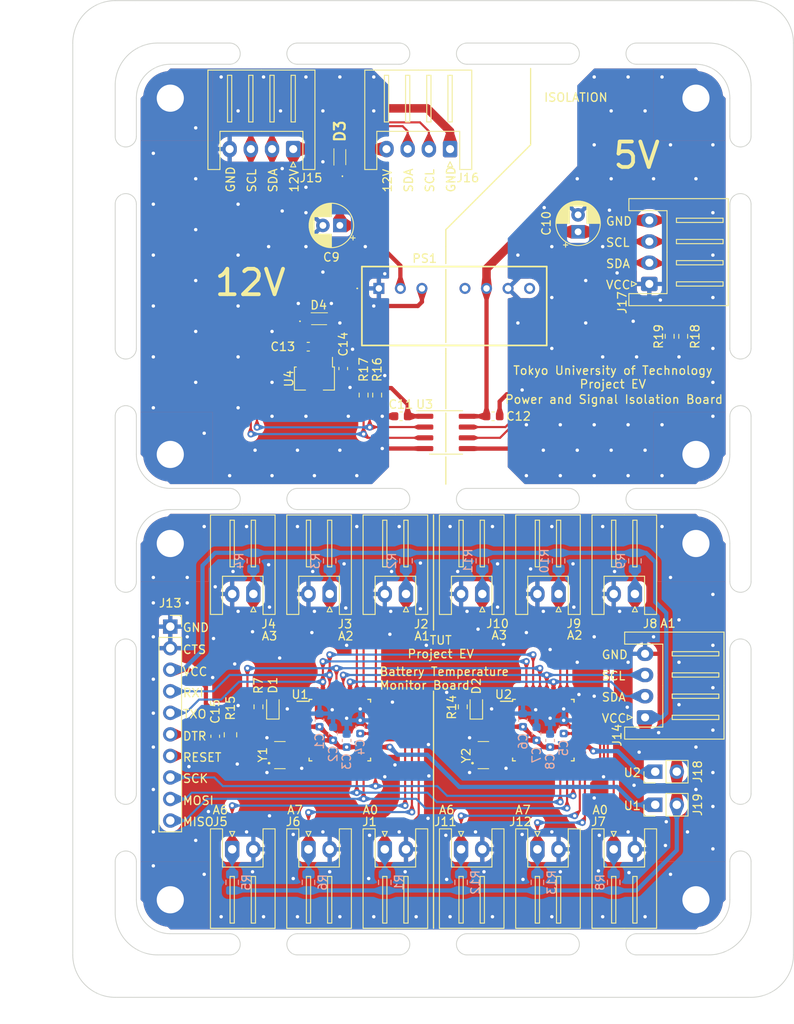
<source format=kicad_pcb>
(kicad_pcb (version 20221018) (generator pcbnew)
  (layers (0 "F.Cu" signal) (31 "B.Cu" signal) (34 "B.Paste" user) (35 "F.Paste" user) (36 "B.SilkS" user "B.Silkscreen") (37 "F.SilkS" user "F.Silkscreen") (38 "B.Mask" user) (39 "F.Mask" user) (44 "Edge.Cuts" user))
  (net 0 "")
  (net 1 "+5VA")
  (net 2 "GND")
  (net 3 "Net-(U1-AREF)")
  (net 4 "Net-(U2-AREF)")
  (net 5 "+5VD")
  (net 6 "/+Vin")
  (net 7 "GND1")
  (net 8 "+5VP")
  (net 9 "GND2")
  (net 10 "+5VL")
  (net 11 "+12V")
  (net 12 "RESET")
  (net 13 "/DTR")
  (net 14 "Net-(D1-A)")
  (net 15 "Net-(D2-A)")
  (net 16 "/Sens1")
  (net 17 "/Sens2")
  (net 18 "/Sens3")
  (net 19 "/Sens4")
  (net 20 "/Sens5")
  (net 21 "/Sens6")
  (net 22 "/Sens7")
  (net 23 "/Sens8")
  (net 24 "/Sens9")
  (net 25 "/Sens10")
  (net 26 "/Sens11")
  (net 27 "/Sens12")
  (net 28 "+5V")
  (net 29 "RXI")
  (net 30 "TXO")
  (net 31 "SCK")
  (net 32 "MOSI")
  (net 33 "MISO")
  (net 34 "SDA")
  (net 35 "SCL")
  (net 36 "/SDA1")
  (net 37 "/SCL1")
  (net 38 "/SCL2")
  (net 39 "/SDA2")
  (net 44 "/XTAL1_A")
  (net 45 "/XTAL2_A")
  (net 55 "/XTAL1_D")
  (net 56 "/XTAL2_D")
  (footprint "MyFootprints:BF@StampHole2.54" (layer "F.Cu") (at 98.75 60 90)
    (fp_text reference "REF**" hide)
    (fp_text value "BF@StampHole2.54")
  )
  (footprint "MountingHole:MountingHole_3.2mm_M3_Pad" (layer "F.Cu") (at 104 104)
    (fp_text reference "REF**" hide)
    (fp_text value "MountingHole_3.2mm_M3_Pad")
  )
  (footprint "Connector_JST:JST_XH_S4B-XH-A_1x04_P2.50mm_Horizontal" (layer "F.Cu") (at 137 57.5 180)
    (fp_text reference "J16")
    (fp_text value "Conn_01x04_Pin")
  )
  (footprint "" (layer "F.Cu") (at 99.75 152.35)
    (fp_text reference "")
    (fp_text value "")
  )
  (footprint "Connector_JST:JST_XH_S4B-XH-A_1x04_P2.50mm_Horizontal" (layer "F.Cu") (at 160 124.5 90)
    (fp_text reference "J14")
    (fp_text value "Conn_01x04_Pin")
  )
  (footprint "MountingHole:MountingHole_3.2mm_M3_Pad" (layer "F.Cu") (at 166 146)
    (fp_text reference "REF**" hide)
    (fp_text value "MountingHole_3.2mm_M3_Pad")
  )
  (footprint "" (layer "F.Cu") (at 99.75 42.45)
    (fp_text reference "")
    (fp_text value "")
  )
  (footprint "" (layer "F.Cu") (at 170.25 40.65)
    (fp_text reference "")
    (fp_text value "")
  )
  (footprint "MountingHole:MountingHole_3.2mm_M3_Pad" (layer "F.Cu") (at 104 51.5)
    (fp_text reference "REF**" hide)
    (fp_text value "MountingHole_3.2mm_M3_Pad")
  )
  (footprint "Connector_JST:JST_XH_S2B-XH-A_1x02_P2.50mm_Horizontal" (layer "F.Cu") (at 140.8 109.95 180)
    (fp_text reference "J10")
    (fp_text value "Conn_01x02_Pin")
  )
  (footprint "Capacitor_SMD:C_0603_1608Metric" (layer "F.Cu") (at 109.3 126.725 90)
    (fp_text reference "C15")
    (fp_text value "0.1u")
  )
  (footprint "" (layer "F.Cu") (at 99.75 155.05)
    (fp_text reference "")
    (fp_text value "")
  )
  (footprint "MyFootprints:BF@StampHole2.54" (layer "F.Cu") (at 115 151.25)
    (fp_text reference "REF**" hide)
    (fp_text value "BF@StampHole2.54")
  )
  (footprint "MyFootprints:BF@StampHole2.54" (layer "F.Cu") (at 115 46.25)
    (fp_text reference "REF**" hide)
    (fp_text value "BF@StampHole2.54")
  )
  (footprint "" (layer "F.Cu") (at 170.25 156.85)
    (fp_text reference "")
    (fp_text value "")
  )
  (footprint "Connector_JST:JST_XH_S2B-XH-A_1x02_P2.50mm_Horizontal" (layer "F.Cu") (at 131.8 109.95 180)
    (fp_text reference "J2")
    (fp_text value "Conn_01x02_Pin")
  )
  (footprint "" (layer "F.Cu") (at 99.75 153.25)
    (fp_text reference "")
    (fp_text value "")
  )
  (footprint "Connector_JST:JST_XH_S2B-XH-A_1x02_P2.50mm_Horizontal" (layer "F.Cu") (at 147.3 140.05)
    (fp_text reference "J12")
    (fp_text value "Conn_01x02_Pin")
  )
  (footprint "Connector_JST:JST_XH_S2B-XH-A_1x02_P2.50mm_Horizontal" (layer "F.Cu") (at 149.8 109.95 180)
    (fp_text reference "J9")
    (fp_text value "Conn_01x02_Pin")
  )
  (footprint "" (layer "F.Cu") (at 99.75 154.15)
    (fp_text reference "")
    (fp_text value "")
  )
  (footprint "Connector_JST:JST_XH_S2B-XH-A_1x02_P2.50mm_Horizontal" (layer "F.Cu") (at 122.8 109.95 180)
    (fp_text reference "J3")
    (fp_text value "Conn_01x02_Pin")
  )
  (footprint "Capacitor_SMD:C_0603_1608Metric" (layer "F.Cu") (at 120.275 80.8)
    (fp_text reference "C13")
    (fp_text value "1u")
  )
  (footprint "MyFootprints:BF@StampHole2.54" (layer "F.Cu") (at 98.75 137.5 90)
    (fp_text reference "REF**" hide)
    (fp_text value "BF@StampHole2.54")
  )
  (footprint "" (layer "F.Cu") (at 170.25 153.25)
    (fp_text reference "")
    (fp_text value "")
  )
  (footprint "MyFootprints:BF@StampHole2.54" (layer "F.Cu") (at 98.75 112.5 90)
    (fp_text reference "REF**" hide)
    (fp_text value "BF@StampHole2.54")
  )
  (footprint "MountingHole:MountingHole_3.2mm_M3_Pad" (layer "F.Cu") (at 104 93.5)
    (fp_text reference "REF**" hide)
    (fp_text value "MountingHole_3.2mm_M3_Pad")
  )
  (footprint "Connector_PinHeader_2.54mm:PinHeader_1x02_P2.54mm_Vertical" (layer "F.Cu") (at 161.2 130.9 90)
    (fp_text reference "J18")
    (fp_text value "Conn_01x02_Pin")
  )
  (footprint "" (layer "F.Cu") (at 170.25 43.35)
    (fp_text reference "")
    (fp_text value "")
  )
  (footprint "" (layer "F.Cu") (at 99.75 40.65)
    (fp_text reference "")
    (fp_text value "")
  )
  (footprint "Capacitor_SMD:C_0805_2012Metric" (layer "F.Cu") (at 111.1 126.55 -90)
    (fp_text reference "R15")
    (fp_text value "10k")
  )
  (footprint "MyFootprints:BF@StampHole2.54" (layer "F.Cu") (at 155 98.75)
    (fp_text reference "REF**" hide)
    (fp_text value "BF@StampHole2.54")
  )
  (footprint "Capacitor_SMD:C_0603_1608Metric" (layer "F.Cu") (at 124.4 83.375 -90)
    (fp_text reference "C14")
    (fp_text value "1u")
  )
  (footprint "" (layer "F.Cu") (at 99.75 45.15)
    (fp_text reference "")
    (fp_text value "")
  )
  (footprint "Connector_JST:JST_XH_S4B-XH-A_1x04_P2.50mm_Horizontal" (layer "F.Cu") (at 118.5 57.5 180)
    (fp_text reference "J15")
    (fp_text value "Conn_01x04_Pin")
  )
  (footprint "MyFootprints:BF@StampHole2.54" (layer "F.Cu") (at 171.25 85 90)
    (fp_text reference "REF**" hide)
    (fp_text value "BF@StampHole2.54")
  )
  (footprint "MyFootprints:BF@StampHole2.54" (layer "F.Cu") (at 155 46.25)
    (fp_text reference "REF**" hide)
    (fp_text value "BF@StampHole2.54")
  )
  (footprint "MyFootprints:BF@StampHole2.54" (layer "F.Cu") (at 135 151.25)
    (fp_text reference "REF**" hide)
    (fp_text value "BF@StampHole2.54")
  )
  (footprint "" (layer "F.Cu") (at 170.25 154.15)
    (fp_text reference "")
    (fp_text value "")
  )
  (footprint "SamacSys_Parts:CSTCE16M0V53R0" (layer "F.Cu") (at 116.9 128.95 -90)
    (fp_text reference "Y1")
    (fp_text value "CSTCE16M0V53-R0" hide)
  )
  (footprint "Connector_JST:JST_XH_S2B-XH-A_1x02_P2.50mm_Horizontal" (layer "F.Cu") (at 113.8 109.95 180)
    (fp_text reference "J4")
    (fp_text value "Conn_01x02_Pin")
  )
  (footprint "SamacSys_Parts:CUHS20S40H3F" (layer "F.Cu") (at 124 58.45 90)
    (fp_text reference "D3")
    (fp_text value "CUHS20S30" hide)
  )
  (footprint "SamacSys_Parts:CUHS20S40H3F" (layer "F.Cu") (at 121.55 77.5)
    (fp_text reference "D4")
    (fp_text value "CUHS20S30" hide)
  )
  (footprint "" (layer "F.Cu") (at 99.75 44.25)
    (fp_text reference "")
    (fp_text value "")
  )
  (footprint "Package_QFP:TQFP-32_7x7mm_P0.8mm" (layer "F.Cu") (at 148 126)
    (fp_text reference "U2")
    (fp_text value "ATmega328P-A")
  )
  (footprint "MountingHole:MountingHole_3.2mm_M3_Pad" (layer "F.Cu") (at 166 104)
    (fp_text reference "REF**" hide)
    (fp_text value "MountingHole_3.2mm_M3_Pad")
  )
  (footprint "Resistor_SMD:R_0603_1608Metric" (layer "F.Cu") (at 126.8 86.5 -90)
    (fp_text reference "R17")
    (fp_text value "3.3k")
  )
  (footprint "Connector_JST:JST_XH_S2B-XH-A_1x02_P2.50mm_Horizontal" (layer "F.Cu") (at 158.8 109.95 180)
    (fp_text reference "J8")
    (fp_text value "Conn_01x02_Pin")
  )
  (footprint "SamacSys_Parts:MCWI0312S15" (layer "F.Cu") (at 128.6 73.925)
    (fp_text reference "PS1")
    (fp_text value "MCWI03-12S05" hide)
  )
  (footprint "Connector_PinHeader_2.54mm:PinHeader_1x02_P2.54mm_Vertical" (layer "F.Cu") (at 161.2 134.8 90)
    (fp_text reference "J19")
    (fp_text value "Conn_01x02_Pin")
  )
  (footprint "LED_SMD:LED_0603_1608Metric" (layer "F.Cu") (at 116.1 123.2125 90)
    (fp_text reference "D1")
    (fp_text value "LED")
  )
  (footprint "MyFootprints:BF@StampHole2.54" (layer "F.Cu") (at 135 46.25)
    (fp_text reference "REF**" hide)
    (fp_text value "BF@StampHole2.54")
  )
  (footprint "" (layer "F.Cu") (at 99.75 41.55)
    (fp_text reference "")
    (fp_text value "")
  )
  (footprint "Capacitor_THT:CP_Radial_D5.0mm_P2.00mm" (layer "F.Cu") (at 152.1 67.255113 90)
    (fp_text reference "C10")
    (fp_text value "3.3u")
  )
  (footprint "Package_TO_SOT_SMD:SOT-89-3" (layer "F.Cu") (at 121 84.55 -90)
    (fp_text reference "U4")
    (fp_text value "NJM78L05SU3")
  )
  (footprint "Connector_JST:JST_XH_S2B-XH-A_1x02_P2.50mm_Horizontal" (layer "F.Cu") (at 156.3 140.05)
    (fp_text reference "J7")
    (fp_text value "Conn_01x02_Pin")
  )
  (footprint "" (layer "F.Cu") (at 170.25 41.55)
    (fp_text reference "")
    (fp_text value "")
  )
  (footprint "MyFootprints:BF@StampHole2.54" (layer "F.Cu") (at 155 151.25)
    (fp_text reference "REF**" hide)
    (fp_text value "BF@StampHole2.54")
  )
  (footprint "Capacitor_THT:CP_Radial_D5.0mm_P2.00mm" (layer "F.Cu") (at 124 66.5 180)
    (fp_text reference "C9")
    (fp_text value "3.3u")
  )
  (footprint "" (layer "F.Cu") (at 170.25 44.25)
    (fp_text reference "")
    (fp_text value "")
  )
  (footprint "" (layer "F.Cu") (at 99.75 156.85)
    (fp_text reference "")
    (fp_text value "")
  )
  (footprint "MountingHole:MountingHole_3.2mm_M3_Pad" (layer "F.Cu") (at 166 51.5)
    (fp_text reference "REF**" hide)
    (fp_text value "MountingHole_3.2mm_M3_Pad")
  )
  (footprint "Capacitor_SMD:C_0603_1608Metric" (layer "F.Cu") (at 142.075 89)
    (fp_text reference "C12")
    (fp_text value "0.1u")
  )
  (footprint "Resistor_SMD:R_0603_1608Metric" (layer "F.Cu") (at 114.4 123.25 90)
    (fp_text reference "R7")
    (fp_text value "Opt")
  )
  (footprint "MyFootprints:BF@StampHole2.54" (layer "F.Cu") (at 135 98.75)
    (fp_text reference "REF**" hide)
    (fp_text value "BF@StampHole2.54")
  )
  (footprint "MountingHole:MountingHole_3.2mm_M3_Pad" (layer "F.Cu") (at 104 146)
    (fp_text reference "REF**" hide)
    (fp_text value "MountingHole_3.2mm_M3_Pad")
  )
  (footprint "Resistor_SMD:R_0603_1608Metric" (layer "F.Cu") (at 164.5 79.575 90)
    (fp_text reference "R18")
    (fp_text value "3.3k")
  )
  (footprint "Capacitor_SMD:C_0603_1608Metric" (layer "F.Cu") (at 131.225 89 180)
    (fp_text reference "C11")
    (fp_text value "0.1u")
  )
  (footprint "MountingHole:MountingHole_3.2mm_M3_Pad" (layer "F.Cu") (at 166 93.5)
    (fp_text reference "REF**" hide)
    (fp_text value "MountingHole_3.2mm_M3_Pad")
  )
  (footprint "LED_SMD:LED_0603_1608Metric" (layer "F.Cu") (at 140.1 123.2125 90)
    (fp_text reference "D2")
    (fp_text value "LED")
  )
  (footprint "" (layer "F.Cu") (at 99.75 155.95)
    (fp_text reference "")
    (fp_text value "")
  )
  (footprint "SamacSys_Parts:CSTCE16M0V53R0" (layer "F.Cu") (at 140.9 128.95 -90)
    (fp_text reference "Y2")
    (fp_text value "CSTCE16M0V53-R0" hide)
  )
  (footprint "Package_QFP:TQFP-32_7x7mm_P0.8mm" (layer "F.Cu") (at 124 126)
    (fp_text reference "U1")
    (fp_text value "ATmega328P-A")
  )
  (footprint "Connector_JST:JST_XH_S2B-XH-A_1x02_P2.50mm_Horizontal" (layer "F.Cu") (at 120.3 140.05)
    (fp_text reference "J6")
    (fp_text value "Conn_01x02_Pin")
  )
  (footprint "Package_SO:SOIC-8_3.9x4.9mm_P1.27mm" (layer "F.Cu") (at 136.525 90.905)
    (fp_text reference "U3")
    (fp_text value "ADuM1250")
  )
  (footprint "" (layer "F.Cu") (at 170.25 155.95)
    (fp_text reference "")
    (fp_text value "")
  )
  (footprint "MyFootprints:BF@StampHole2.54" (layer "F.Cu") (at 98.75 85 90)
    (fp_text reference "REF**" hide)
    (fp_text value "BF@StampHole2.54")
  )
  (footprint "Connector_JST:JST_XH_S2B-XH-A_1x02_P2.50mm_Horizontal" (layer "F.Cu") (at 129.3 140.05)
    (fp_text reference "J1")
    (fp_text value "Conn_01x02_Pin")
  )
  (footprint "" (layer "F.Cu") (at 170.25 155.05)
    (fp_text reference "")
    (fp_text value "")
  )
  (footprint "MyFootprints:BF@StampHole2.54" (layer "F.Cu") (at 171.25 137.5 90)
    (fp_text reference "REF**" hide)
    (fp_text value "BF@StampHole2.54")
  )
  (footprint "" (layer "F.Cu") (at 170.25 152.35)
    (fp_text reference "")
    (fp_text value "")
  )
  (footprint "Resistor_SMD:R_0603_1608Metric" (layer "F.Cu") (at 128.4 86.5 -90)
    (fp_text reference "R16")
    (fp_text value "3.3k")
  )
  (footprint "Connector_JST:JST_XH_S2B-XH-A_1x02_P2.50mm_Horizontal" (layer "F.Cu") (at 138.3 140.05)
    (fp_text reference "J11")
    (fp_text value "Conn_01x02_Pin")
  )
  (footprint "" (layer "F.Cu") (at 170.25 42.45)
    (fp_text reference "")
    (fp_text value "")
  )
  (footprint "Connector_JST:JST_XH_S2B-XH-A_1x02_P2.50mm_Horizontal" (layer "F.Cu") (at 111.3 140.05)
    (fp_text reference "J5")
    (fp_text value "Conn_01x02_Pin")
  )
  (footprint "Resistor_SMD:R_0603_1608Metric" (layer "F.Cu") (at 162.9 79.575 90)
    (fp_text reference "R19")
    (fp_text value "3.3k")
  )
  (footprint "" (layer "F.Cu") (at 99.75 43.35)
    (fp_text reference "")
    (fp_text value "")
  )
  (footprint "MyFootprints:BF@StampHole2.54" (layer "F.Cu") (at 171.25 60 90)
    (fp_text reference "REF**" hide)
    (fp_text value "BF@StampHole2.54")
  )
  (footprint "Connector_JST:JST_XH_S4B-XH-A_1x04_P2.50mm_Horizontal" (layer "F.Cu") (at 160.5 73.4 90)
    (fp_text reference "J17")
    (fp_text value "Conn_01x04_Pin")
  )
  (footprint "MyFootprints:BF@StampHole2.54" (layer "F.Cu") (at 171.25 112.5 90)
    (fp_text reference "REF**" hide)
    (fp_text value "BF@StampHole2.54")
  )
  (footprint "Connector_PinSocket_2.54mm:PinSocket_1x10_P2.54mm_Vertical" (layer "F.Cu") (at 104 113.8)
    (fp_text reference "J13")
    (fp_text value "Conn_01x10_Socket")
  )
  (footprint "Resistor_SMD:R_0603_1608Metric" (layer "F.Cu") (at 138.5 123.25 90)
    (fp_text reference "R14")
    (fp_text value "Opt")
  )
  (footprint "MyFootprints:BF@StampHole2.54" (layer "F.Cu") (at 115 98.75)
    (fp_text reference "REF**" hide)
    (fp_text value "BF@StampHole2.54")
  )
  (footprint "" (layer "F.Cu") (at 170.25 45.15)
    (fp_text reference "")
    (fp_text value "")
  )
  (footprint "Capacitor_SMD:C_0805_2012Metric" (layer "B.Cu") (at 140.8 106.05 -90)
    (fp_text reference "R11")
    (fp_text value "10k")
  )
  (footprint "Capacitor_SMD:C_0805_2012Metric" (layer "B.Cu") (at 147.3 143.95 90)
    (fp_text reference "R13")
    (fp_text value "10k")
  )
  (footprint "Capacitor_SMD:C_0603_1608Metric" (layer "B.Cu") (at 123.2 126.425 90)
    (fp_text reference "C2")
    (fp_text value "0.1u")
  )
  (footprint "Capacitor_SMD:C_0603_1608Metric" (layer "B.Cu") (at 148.8 127.225 90)
    (fp_text reference "C8")
    (fp_text value "0.1u")
  )
  (footprint "Capacitor_SMD:C_0603_1608Metric" (layer "B.Cu") (at 147.2 126.425 90)
    (fp_text reference "C7")
    (fp_text value "0.1u")
  )
  (footprint "Capacitor_SMD:C_0603_1608Metric" (layer "B.Cu") (at 124.8 127.225 90)
    (fp_text reference "C3")
    (fp_text value "0.1u")
  )
  (footprint "Capacitor_SMD:C_0805_2012Metric" (layer "B.Cu") (at 149.8 106.05 -90)
    (fp_text reference "R10")
    (fp_text value "10k")
  )
  (footprint "Capacitor_SMD:C_0805_2012Metric" (layer "B.Cu") (at 131.8 106.05 -90)
    (fp_text reference "R2")
    (fp_text value "10k")
  )
  (footprint "Capacitor_SMD:C_0805_2012Metric" (layer "B.Cu") (at 120.3 143.95 90)
    (fp_text reference "R6")
    (fp_text value "10k")
  )
  (footprint "Capacitor_SMD:C_0805_2012Metric" (layer "B.Cu") (at 111.3 143.95 90)
    (fp_text reference "R5")
    (fp_text value "10k")
  )
  (footprint "Capacitor_SMD:C_0805_2012Metric" (layer "B.Cu") (at 122.8 106.05 -90)
    (fp_text reference "R3")
    (fp_text value "10k")
  )
  (footprint "Capacitor_SMD:C_0603_1608Metric" (layer "B.Cu") (at 145.6 124.825 90)
    (fp_text reference "C6")
    (fp_text value "0.1u")
  )
  (footprint "Capacitor_SMD:C_0805_2012Metric" (layer "B.Cu") (at 129.3 143.95 90)
    (fp_text reference "R1")
    (fp_text value "10k")
  )
  (footprint "Capacitor_SMD:C_0805_2012Metric" (layer "B.Cu") (at 156.3 143.95 90)
    (fp_text reference "R8")
    (fp_text value "10k")
  )
  (footprint "Capacitor_SMD:C_0603_1608Metric" (layer "B.Cu") (at 126.4 125.625 90)
    (fp_text reference "C4")
    (fp_text value "0.1u")
  )
  (footprint "Capacitor_SMD:C_0805_2012Metric" (layer "B.Cu") (at 138.3 143.95 90)
    (fp_text reference "R12")
    (fp_text value "10k")
  )
  (footprint "Capacitor_SMD:C_0805_2012Metric" (layer "B.Cu") (at 158.8 106.05 -90)
    (fp_text reference "R9")
    (fp_text value "10k")
  )
  (footprint "Capacitor_SMD:C_0603_1608Metric" (layer "B.Cu") (at 121.6 124.825 90)
    (fp_text reference "C1")
    (fp_text value "0.1u")
  )
  (footprint "Capacitor_SMD:C_0805_2012Metric" (layer "B.Cu") (at 113.8 106.05 -90)
    (fp_text reference "R4")
    (fp_text value "10k")
  )
  (footprint "Capacitor_SMD:C_0603_1608Metric" (layer "B.Cu") (at 150.4 125.625 90)
    (fp_text reference "C5")
    (fp_text value "0.1u")
  )
  (gr_line (start 135.05 149.35) (end 135.05 121.4) (stroke (width 0.15)) (layer "F.SilkS"))
  (gr_line (start 135.05 100.65) (end 135.05 114.2) (stroke (width 0.15)) (layer "F.SilkS"))
  (gr_line (start 136.5 81.6) (end 136.5 81) (stroke (width 0.15)) (layer "F.SilkS"))
  (gr_line (start 136.5 80.3) (end 136.5 71.7) (stroke (width 0.15)) (layer "F.SilkS"))
  (gr_line (start 146.5 57) (end 146.5 48) (stroke (width 0.15)) (layer "F.SilkS"))
  (gr_line (start 136.5 71) (end 136.5 69) (stroke (width 0.15)) (layer "F.SilkS"))
  (gr_line (start 136.5 67) (end 136.5 69) (stroke (width 0.15)) (layer "F.SilkS"))
  (gr_line (start 136.5 88.1) (end 136.5 81.6) (stroke (width 0.15)) (layer "F.SilkS"))
  (gr_line (start 136.5 97) (end 136.5 93.8) (stroke (width 0.15)) (layer "F.SilkS"))
  (gr_line (start 136.5 93.2) (end 136.5 88.6) (stroke (width 0.15)) (layer "F.SilkS"))
  (gr_line (start 146.5 57) (end 136.5 67) (stroke (width 0.15)) (layer "F.SilkS"))
  (gr_line (start 139 100) (end 151 100) (stroke (width 0.1)) (layer "Edge.Cuts"))
  (gr_arc (start 100 51.5) (mid 101.171573 48.671573) (end 104 47.5) (stroke (width 0.1)) (layer "Edge.Cuts"))
  (gr_line (start 151 47.5) (end 139 47.5) (stroke (width 0.1)) (layer "Edge.Cuts"))
  (gr_arc (start 131 150) (mid 132.25 151.25) (end 131 152.5) (stroke (width 0.1)) (layer "Edge.Cuts"))
  (gr_arc (start 172.5 147.5) (mid 171.035534 151.035534) (end 167.5 152.5) (stroke (width 0.1)) (layer "Edge.Cuts"))
  (gr_arc (start 119 152.5) (mid 117.75 151.25) (end 119 150) (stroke (width 0.1)) (layer "Edge.Cuts"))
  (gr_arc (start 100 108.5) (mid 98.75 109.75) (end 97.5 108.5) (stroke (width 0.1)) (layer "Edge.Cuts"))
  (gr_arc (start 139 152.5) (mid 137.75 151.25) (end 139 150) (stroke (width 0.1)) (layer "Edge.Cuts"))
  (gr_arc (start 97.5 89) (mid 98.75 87.75) (end 100 89) (stroke (width 0.1)) (layer "Edge.Cuts"))
  (gr_line (start 139 150) (end 151 150) (stroke (width 0.1)) (layer "Edge.Cuts"))
  (gr_arc (start 159 100) (mid 157.75 98.75) (end 159 97.5) (stroke (width 0.1)) (layer "Edge.Cuts"))
  (gr_line (start 100 116.5) (end 100 133.5) (stroke (width 0.1)) (layer "Edge.Cuts"))
  (gr_arc (start 97.5 50) (mid 98.964466 46.464466) (end 102.5 45) (stroke (width 0.1)) (layer "Edge.Cuts"))
  (gr_line (start 172.5 40) (end 97.5 40) (stroke (width 0.1)) (layer "Edge.Cuts"))
  (gr_line (start 102.5 45) (end 111 45) (stroke (width 0.1)) (layer "Edge.Cuts"))
  (gr_arc (start 151 45) (mid 152.25 46.25) (end 151 47.5) (stroke (width 0.1)) (layer "Edge.Cuts"))
  (gr_arc (start 100 56) (mid 98.75 57.25) (end 97.5 56) (stroke (width 0.1)) (layer "Edge.Cuts"))
  (gr_arc (start 97.5 157.5) (mid 93.964466 156.035534) (end 92.5 152.5) (stroke (width 0.1)) (layer "Edge.Cuts"))
  (gr_arc (start 172.5 56) (mid 171.25 57.25) (end 170 56) (stroke (width 0.1)) (layer "Edge.Cuts"))
  (gr_line (start 172.5 81) (end 172.5 64) (stroke (width 0.1)) (layer "Edge.Cuts"))
  (gr_line (start 100 104) (end 100 108.5) (stroke (width 0.1)) (layer "Edge.Cuts"))
  (gr_arc (start 111 45) (mid 112.25 46.25) (end 111 47.5) (stroke (width 0.1)) (layer "Edge.Cuts"))
  (gr_line (start 159 152.5) (end 167.5 152.5) (stroke (width 0.1)) (layer "Edge.Cuts"))
  (gr_arc (start 100 133.5) (mid 98.75 134.75) (end 97.5 133.5) (stroke (width 0.1)) (layer "Edge.Cuts"))
  (gr_line (start 172.5 108.5) (end 172.5 89) (stroke (width 0.1)) (layer "Edge.Cuts"))
  (gr_line (start 139 152.5) (end 151 152.5) (stroke (width 0.1)) (layer "Edge.Cuts"))
  (gr_line (start 104 100) (end 111 100) (stroke (width 0.1)) (layer "Edge.Cuts"))
  (gr_line (start 97.5 64) (end 97.5 81) (stroke (width 0.1)) (layer "Edge.Cuts"))
  (gr_arc (start 159 152.5) (mid 157.75 151.25) (end 159 150) (stroke (width 0.1)) (layer "Edge.Cuts"))
  (gr_arc (start 97.5 141.5) (mid 98.75 140.25) (end 100 141.5) (stroke (width 0.1)) (layer "Edge.Cuts"))
  (gr_arc (start 172.5 108.5) (mid 171.25 109.75) (end 170 108.5) (stroke (width 0.1)) (layer "Edge.Cuts"))
  (gr_line (start 177.5 152.5) (end 177.5 45) (stroke (width 0.1)) (layer "Edge.Cuts"))
  (gr_arc (start 111 150) (mid 112.25 151.25) (end 111 152.5) (stroke (width 0.1)) (layer "Edge.Cuts"))
  (gr_line (start 166 47.5) (end 159 47.5) (stroke (width 0.1)) (layer "Edge.Cuts"))
  (gr_arc (start 111 97.5) (mid 112.25 98.75) (end 111 100) (stroke (width 0.1)) (layer "Edge.Cuts"))
  (gr_arc (start 177.5 152.5) (mid 176.035534 156.035534) (end 172.5 157.5) (stroke (width 0.1)) (layer "Edge.Cuts"))
  (gr_arc (start 159 47.5) (mid 157.75 46.25) (end 159 45) (stroke (width 0.1)) (layer "Edge.Cuts"))
  (gr_line (start 170 146) (end 170 141.5) (stroke (width 0.1)) (layer "Edge.Cuts"))
  (gr_arc (start 170 116.5) (mid 171.25 115.25) (end 172.5 116.5) (stroke (width 0.1)) (layer "Edge.Cuts"))
  (gr_arc (start 170 141.5) (mid 171.25 140.25) (end 172.5 141.5) (stroke (width 0.1)) (layer "Edge.Cuts"))
  (gr_arc (start 166 100) (mid 168.828427 101.171573) (end 170 104) (stroke (width 0.1)) (layer "Edge.Cuts"))
  (gr_line (start 131 45) (end 119 45) (stroke (width 0.1)) (layer "Edge.Cuts"))
  (gr_arc (start 92.5 45) (mid 93.964466 41.464466) (end 97.5 40) (stroke (width 0.1)) (layer "Edge.Cuts"))
  (gr_line (start 97.5 50) (end 97.5 56) (stroke (width 0.1)) (layer "Edge.Cuts"))
  (gr_line (start 104 150) (end 111 150) (stroke (width 0.1)) (layer "Edge.Cuts"))
  (gr_arc (start 139 47.5) (mid 137.75 46.25) (end 139 45) (stroke (width 0.1)) (layer "Edge.Cuts"))
  (gr_arc (start 139 100) (mid 137.75 98.75) (end 139 97.5) (stroke (width 0.1)) (layer "Edge.Cuts"))
  (gr_line (start 100 81) (end 100 64) (stroke (width 0.1)) (layer "Edge.Cuts"))
  (gr_line (start 170 81) (end 170 64) (stroke (width 0.1)) (layer "Edge.Cuts"))
  (gr_line (start 102.5 152.5) (end 111 152.5) (stroke (width 0.1)) (layer "Edge.Cuts"))
  (gr_line (start 172.5 50) (end 172.5 56) (stroke (width 0.1)) (layer "Edge.Cuts"))
  (gr_arc (start 172.5 40) (mid 176.035534 41.464466) (end 177.5 45) (stroke (width 0.1)) (layer "Edge.Cuts"))
  (gr_arc (start 170 89) (mid 171.25 87.75) (end 172.5 89) (stroke (width 0.1)) (layer "Edge.Cuts"))
  (gr_line (start 170 108.5) (end 170 104) (stroke (width 0.1)) (layer "Edge.Cuts"))
  (gr_arc (start 151 97.5) (mid 152.25 98.75) (end 151 100) (stroke (width 0.1)) (layer "Edge.Cuts"))
  (gr_line (start 159 97.5) (end 166 97.5) (stroke (width 0.1)) (layer "Edge.Cuts"))
  (gr_line (start 172.5 147.5) (end 172.5 141.5) (stroke (width 0.1)) (layer "Edge.Cuts"))
  (gr_line (start 97.5 116.5) (end 97.5 133.5) (stroke (width 0.1)) (layer "Edge.Cuts"))
  (gr_line (start 100 89) (end 100 93.5) (stroke (width 0.1)) (layer "Edge.Cuts"))
  (gr_arc (start 151 150) (mid 152.25 151.25) (end 151 152.5) (stroke (width 0.1)) (layer "Edge.Cuts"))
  (gr_arc (start 119 47.5) (mid 117.75 46.25) (end 119 45) (stroke (width 0.1)) (layer "Edge.Cuts"))
  (gr_line (start 159 150) (end 166 150) (stroke (width 0.1)) (layer "Edge.Cuts"))
  (gr_arc (start 167.5 45) (mid 171.035534 46.464466) (end 172.5 50) (stroke (width 0.1)) (layer "Edge.Cuts"))
  (gr_line (start 170 133.5) (end 170 116.5) (stroke (width 0.1)) (layer "Edge.Cuts"))
  (gr_arc (start 119 100) (mid 117.75 98.75) (end 119 97.5) (stroke (width 0.1)) (layer "Edge.Cuts"))
  (gr_arc (start 100 104) (mid 101.171573 101.171573) (end 104 100) (stroke (width 0.1)) (layer "Edge.Cuts"))
  (gr_line (start 131 47.5) (end 119 47.5) (stroke (width 0.1)) (layer "Edge.Cuts"))
  (gr_line (start 119 152.5) (end 131 152.5) (stroke (width 0.1)) (layer "Edge.Cuts"))
  (gr_arc (start 97.5 116.5) (mid 98.75 115.25) (end 100 116.5) (stroke (width 0.1)) (layer "Edge.Cuts"))
  (gr_line (start 100 141.5) (end 100 146) (stroke (width 0.1)) (layer "Edge.Cuts"))
  (gr_line (start 170 51.5) (end 170 56) (stroke (width 0.1)) (layer "Edge.Cuts"))
  (gr_line (start 151 45) (end 139 45) (stroke (width 0.1)) (layer "Edge.Cuts"))
  (gr_line (start 170 89) (end 170 93.5) (stroke (width 0.1)) (layer "Edge.Cuts"))
  (gr_line (start 159 100) (end 166 100) (stroke (width 0.1)) (layer "Edge.Cuts"))
  (gr_line (start 104 97.5) (end 111 97.5) (stroke (width 0.1)) (layer "Edge.Cuts"))
  (gr_arc (start 172.5 133.5) (mid 171.25 134.75) (end 170 133.5) (stroke (width 0.1)) (layer "Edge.Cuts"))
  (gr_arc (start 170 64) (mid 171.25 62.75) (end 172.5 64) (stroke (width 0.1)) (layer "Edge.Cuts"))
  (gr_line (start 104 47.5) (end 111 47.5) (stroke (width 0.1)) (layer "Edge.Cuts"))
  (gr_arc (start 131 97.5) (mid 132.25 98.75) (end 131 100) (stroke (width 0.1)) (layer "Edge.Cuts"))
  (gr_arc (start 104 97.5) (mid 101.171573 96.328427) (end 100 93.5) (stroke (width 0.1)) (layer "Edge.Cuts"))
  (gr_arc (start 170 93.5) (mid 168.828427 96.328427) (end 166 97.5) (stroke (width 0.1)) (layer "Edge.Cuts"))
  (gr_arc (start 102.5 152.5) (mid 98.964466 151.035534) (end 97.5 147.5) (stroke (width 0.1)) (layer "Edge.Cuts"))
  (gr_line (start 172.5 133.5) (end 172.5 116.5) (stroke (width 0.1)) (layer "Edge.Cuts"))
  (gr_arc (start 131 45) (mid 132.25 46.25) (end 131 47.5) (stroke (width 0.1)) (layer "Edge.Cuts"))
  (gr_line (start 119 100) (end 131 100) (stroke (width 0.1)) (layer "Edge.Cuts"))
  (gr_line (start 119 97.5) (end 131 97.5) (stroke (width 0.1)) (layer "Edge.Cuts"))
  (gr_arc (start 166 47.5) (mid 168.828427 48.671573) (end 170 51.5) (stroke (width 0.1)) (layer "Edge.Cuts"))
  (gr_line (start 167.5 45) (end 159 45) (stroke (width 0.1)) (layer "Edge.Cuts"))
  (gr_line (start 97.5 89) (end 97.5 108.5) (stroke (width 0.1)) (layer "Edge.Cuts"))
  (gr_line (start 139 97.5) (end 151 97.5) (stroke (width 0.1)) (layer "Edge.Cuts"))
  (gr_arc (start 104 150) (mid 101.171573 148.828427) (end 100 146) (stroke (width 0.1)) (layer "Edge.Cuts"))
  (gr_line (start 100 51.5) (end 100 56) (stroke (width 0.1)) (layer "Edge.Cuts"))
  (gr_line (start 97.5 157.5) (end 172.5 157.5) (stroke (width 0.1)) (layer "Edge.Cuts"))
  (gr_arc (start 97.5 64) (mid 98.75 62.75) (end 100 64) (stroke (width 0.1)) (layer "Edge.Cuts"))
  (gr_line (start 119 150) (end 131 150) (stroke (width 0.1)) (layer "Edge.Cuts"))
  (gr_arc (start 172.5 81) (mid 171.25 82.25) (end 170 81) (stroke (width 0.1)) (layer "Edge.Cuts"))
  (gr_arc (start 100 81) (mid 98.75 82.25) (end 97.5 81) (stroke (width 0.1)) (layer "Edge.Cuts"))
  (gr_line (start 92.5 45) (end 92.5 152.5) (stroke (width 0.1)) (layer "Edge.Cuts"))
  (gr_arc (start 170 146) (mid 168.828427 148.828427) (end 166 150) (stroke (width 0.1)) (layer "Edge.Cuts"))
  (gr_line (start 97.5 141.5) (end 97.5 147.5) (stroke (width 0.1)) (layer "Edge.Cuts"))
  (gr_text "GND" (at 154.8 117.7) (layer "F.SilkS") (effects (font (size 1 1)) (justify left bottom)))
  (gr_text "GND" (at 111.7 62.7 90) (layer "F.SilkS") (effects (font (size 1 1)) (justify left bottom)))
  (gr_text "TUT\nProject EV" (at 135.9 117.6) (layer "F.SilkS") (effects (font (size 1 1)) (justify bottom)))
  (gr_text "GND" (at 105.4 114.5) (layer "F.SilkS") (effects (font (size 1 1)) (justify left bottom)))
  (gr_text "SDA" (at 132.7 62.7 90) (layer "F.SilkS") (effects (font (size 1 1)) (justify left bottom)))
  (gr_text "SDA" (at 116.7 62.7 90) (layer "F.SilkS") (effects (font (size 1 1)) (justify left bottom)))
  (gr_text "A7" (at 117.7 136) (layer "F.SilkS") (effects (font (size 1 1)) (justify left bottom)))
  (gr_text "12V" (at 109 75) (layer "F.SilkS") (effects (font (size 3 3) (thickness 0.45)) (justify left bottom)))
  (gr_text "RESET" (at 105.4 129.8) (layer "F.SilkS") (effects (font (size 1 1)) (justify left bottom)))
  (gr_text "ISOLATION" (at 148 52) (layer "F.SilkS") (effects (font (size 1 1)) (justify left bottom)))
  (gr_text "Power and Signal Isolation Board" (at 143.4 87.6) (layer "F.SilkS") (effects (font (size 1 1)) (justify left bottom)))
  (gr_text "SDA" (at 155.3 71.6) (layer "F.SilkS") (effects (font (size 1 1)) (justify left bottom)))
  (gr_text "U2" (at 157.4 131.6) (layer "F.SilkS") (effects (font (size 1 1)) (justify left bottom)))
  (gr_text "DTR" (at 105.4 127.3) (layer "F.SilkS") (effects (font (size 1 1)) (justify left bottom)))
  (gr_text "SCL" (at 154.8 120.2) (layer "F.SilkS") (effects (font (size 1 1)) (justify left bottom)))
  (gr_text "VCC" (at 154.8 125.2) (layer "F.SilkS") (effects (font (size 1 1)) (justify left bottom)))
  (gr_text "GND" (at 155.3 66.6) (layer "F.SilkS") (effects (font (size 1 1)) (justify left bottom)))
  (gr_text "MISO" (at 105.4 137.4) (layer "F.SilkS") (effects (font (size 1 1)) (justify left bottom)))
  (gr_text "TXO" (at 105.4 124.7) (layer "F.SilkS") (effects (font (size 1 1)) (justify left bottom)))
  (gr_text "CTS" (at 105.4 117.1) (layer "F.SilkS") (effects (font (size 1 1)) (justify left bottom)))
  (gr_text "A6" (at 108.9 136) (layer "F.SilkS") (effects (font (size 1 1)) (justify left bottom)))
  (gr_text "SCL" (at 114.2 62.7 90) (layer "F.SilkS") (effects (font (size 1 1)) (justify left bottom)))
  (gr_text "Tokyo University of Technology\nProject EV" (at 156.2 85.8) (layer "F.SilkS") (effects (font (size 1 1)) (justify bottom)))
  (gr_text "12V" (at 130.2 62.7 90) (layer "F.SilkS") (effects (font (size 1 1)) (justify left bottom)))
  (gr_text "MOSI" (at 105.4 134.9) (layer "F.SilkS") (effects (font (size 1 1)) (justify left bottom)))
  (gr_text "VCC" (at 105.4 119.7) (layer "F.SilkS") (effects (font (size 1 1)) (justify left bottom)))
  (gr_text "A2" (at 123.7 115.5) (layer "F.SilkS") (effects (font (size 1 1)) (justify left bottom)))
  (gr_text "A3" (at 114.7 115.5) (layer "F.SilkS") (effects (font (size 1 1)) (justify left bottom)))
  (gr_text "Battery Temperature\nMonitor Board" (at 128.6 121.3) (layer "F.SilkS") (effects (font (size 1 1)) (justify left bottom)))
  (gr_text "A7" (at 144.6 136) (layer "F.SilkS") (effects (font (size 1 1)) (justify left bottom)))
  (gr_text "A0" (at 153.7 136) (layer "F.SilkS") (effects (font (size 1 1)) (justify left bottom)))
  (gr_text "A6" (at 135.6 136) (layer "F.SilkS") (effects (font (size 1 1)) (justify left bottom)))
  (gr_text "A1" (at 161.7 114) (layer "F.SilkS") (effects (font (size 1 1)) (justify left bottom)))
  (gr_text "12V" (at 119.2 62.7 90) (layer "F.SilkS") (effects (font (size 1 1)) (justify left bottom)))
  (gr_text "5V" (at 156 60) (layer "F.SilkS") (effects (font (size 3 3) (thickness 0.45)) (justify left bottom)))
  (gr_text "RXI" (at 105.4 122.2) (layer "F.SilkS") (effects (font (size 1 1)) (justify left bottom)))
  (gr_text "SCL" (at 135.2 62.7 90) (layer "F.SilkS") (effects (font (size 1 1)) (justify left bottom)))
  (gr_text "GND" (at 137.7 62.7 90) (layer "F.SilkS") (effects (font (size 1 1)) (justify left bottom)))
  (gr_text "A1" (at 132.7 115.5) (layer "F.SilkS") (effects (font (size 1 1)) (justify left bottom)))
  (gr_text "SDA" (at 154.8 122.7) (layer "F.SilkS") (effects (font (size 1 1)) (justify left bottom)))
  (gr_text "VCC" (at 155.3 74.1) (layer "F.SilkS") (effects (font (size 1 1)) (justify left bottom)))
  (gr_text "A2" (at 150.7 115.4) (layer "F.SilkS") (effects (font (size 1 1)) (justify left bottom)))
  (gr_text "U1" (at 157.4 135.5) (layer "F.SilkS") (effects (font (size 1 1)) (justify left bottom)))
  (gr_text "SCK" (at 105.4 132.3) (layer "F.SilkS") (effects (font (size 1 1)) (justify left bottom)))
  (gr_text "A0" (at 126.6 136) (layer "F.SilkS") (effects (font (size 1 1)) (justify left bottom)))
  (gr_text "A3" (at 141.8 115.4) (layer "F.SilkS") (effects (font (size 1 1)) (justify left bottom)))
  (gr_text "SCL" (at 155.3 69.1) (layer "F.SilkS") (effects (font (size 1 1)) (justify left bottom)))
  (segment (start 124 128) (end 123.2 127.2) (width 0.5) (layer "F.Cu") (net 1))
  (segment (start 121.6 125.6) (end 119.75 125.6) (width 0.5) (layer "F.Cu") (net 1))
  (segment (start 119.75 127.2) (end 123.2 127.2) (width 0.5) (layer "F.Cu") (net 1))
  (segment (start 124.8 128) (end 124 128) (width 0.5) (layer "F.Cu") (net 1))
  (segment (start 114.9 125.6) (end 114.4 125.1) (width 0.5) (layer "F.Cu") (net 1))
  (segment (start 129.9 128) (end 128.25 128) (width 0.5) (layer "F.Cu") (net 1))
  (segment (start 114.4 125.1) (end 114.4 124.075) (width 0.5) (layer "F.Cu") (net 1))
  (segment (start 123.2 127.2) (end 121.6 125.6) (width 0.5) (layer "F.Cu") (net 1))
  (segment (start 119.75 125.6) (end 114.9 125.6) (width 0.5) (layer "F.Cu") (net 1))
  (segment (start 128.25 128) (end 124.8 128) (width 0.5) (layer "F.Cu") (net 1))
  (via (at 129.9 128) (size 0.8) (drill 0.4) (layers "F.Cu" "B.Cu") (net 1))
  (via (at 124.8 128) (size 0.8) (drill 0.4) (layers "F.Cu" "B.Cu") (net 1))
  (via (at 123.2 127.2) (size 0.8) (drill 0.4) (layers "F.Cu" "B.Cu") (net 1))
  (via (at 121.6 125.6) (size 0.8) (drill 0.4) (layers "F.Cu" "B.Cu") (net 1))
  (segment (start 130.8 128.9) (end 134.3 128.9) (width 0.5) (layer "B.Cu") (net 1))
  (segment (start 134.3 128.9) (end 138.1 132.7) (width 0.5) (layer "B.Cu") (net 1))
  (segment (start 138.1 132.7) (end 156.7 132.7) (width 0.5) (layer "B.Cu") (net 1))
  (segment (start 156.7 132.7) (end 158.8 134.8) (width 0.5) (layer "B.Cu") (net 1))
  (segment (start 158.8 134.8) (end 161.2 134.8) (width 0.5) (layer "B.Cu") (net 1))
  (segment (start 129.9 128) (end 130.8 128.9) (width 0.5) (layer "B.Cu") (net 1))
  (segment (start 142.3 126.4) (end 142 126.7) (width 0.5) (layer "F.Cu") (net 2))
  (segment (start 151.15 125.6) (end 150.4 124.85) (width 0.5) (layer "F.Cu") (net 2))
  (segment (start 127.15 125.6) (end 126.4 124.85) (width 0.5) (layer "F.Cu") (net 2))
  (segment (start 119.75 124.8) (end 118.4 124.8) (width 0.5) (layer "F.Cu") (net 2))
  (segment (start 118.4 124.8) (end 118.1 124.5) (width 0.5) (layer "F.Cu") (net 2))
  (segment (start 142.3 124.8) (end 142.1 124.6) (width 0.5) (layer "F.Cu") (net 2))
  (segment (start 152.25 125.6) (end 151.15 125.6) (width 0.5) (layer "F.Cu") (net 2))
  (segment (start 119.75 126.4) (end 118.3 126.4) (width 0.5) (layer "F.Cu") (net 2))
  (segment (start 140.1 124) (end 141.4 124) (width 0.5) (layer "F.Cu") (net 2))
  (segment (start 116.1 124) (end 117.3 124) (width 0.5) (layer "F.Cu") (net 2))
  (segment (start 143.75 124.8) (end 142.3 124.8) (width 0.5) (layer "F.Cu") (net 2))
  (segment (start 118.3 126.4) (end 118 126.7) (width 0.5) (layer "F.Cu") (net 2))
  (segment (start 128.25 125.6) (end 127.15 125.6) (width 0.5) (layer "F.Cu") (net 2))
  (segment (start 143.75 126.4) (end 142.3 126.4) (width 0.5) (layer "F.Cu") (net 2))
  (via (at 115.4 126.9) (size 0.8) (drill 0.4) (layers "F.Cu" "B.Cu") (net 2))
  (via (at 154 122) (size 0.8) (drill 0.4) (layers "F.Cu" "B.Cu") (net 2))
  (via (at 137.9 107.3) (size 0.8) (drill 0.4) (layers "F.Cu" "B.Cu") (net 2))
  (via (at 115.6 106.5) (size 0.8) (drill 0.4) (layers "F.Cu" "B.Cu") (net 2))
  (via (at 130 112) (size 0.8) (drill 0.4) (layers "F.Cu" "B.Cu") (net 2))
  (via (at 102 124) (size 0.8) (drill 0.4) (layers "F.Cu" "B.Cu") (net 2))
  (via (at 168 116) (size 0.8) (drill 0.4) (layers "F.Cu" "B.Cu") (net 2))
  (via (at 111.4 107.3) (size 0.8) (drill 0.4) (layers "F.Cu" "B.Cu") (net 2))
  (via (at 143.3 115.9) (size 0.8) (drill 0.4) (layers "F.Cu" "B.Cu") (net 2))
  (via (at 158 138) (size 0.8) (drill 0.4) (layers "F.Cu" "B.Cu") (net 2))
  (via (at 102 133) (size 0.8) (drill 0.4) (layers "F.Cu" "B.Cu") (net 2))
  (via (at 131 138) (size 0.8) (drill 0.4) (layers "F.Cu" "B.Cu") (net 2))
  (via (at 113.7 114.4) (size 0.8) (drill 0.4) (layers "F.Cu" "B.Cu") (net 2))
  (via (at 146 114.5) (size 0.8) (drill 0.4) (layers "F.Cu" "B.Cu") (net 2))
  (via (at 164 113) (size 0.8) (drill 0.4) (layers "F.Cu" "B.Cu") (net 2))
  (via (at 163 108) (size 0.8) (drill 0.4) (layers "F.Cu" "B.Cu") (net 2))
  (via (at 106 111) (size 0.8) (drill 0.4) (layers "F.Cu" "B.Cu") (net 2))
  (via (at 142 148) (size 0.8) (drill 0.4) (layers "F.Cu" "B.Cu") (net 2))
  (via (at 155 148) (size 0.8) (drill 0.4) (layers "F.Cu" "B.Cu") (net 2))
  (via (at 111.6 118.2) (size 0.8) (drill 0.4) (layers "F.Cu" "B.Cu") (net 2))
  (via (at 142.6 106.4) (size 0.8) (drill 0.4) (layers "F.Cu" "B.Cu") (net 2))
  (via (at 121 112) (size 0.8) (drill 0.4) (layers "F.Cu" "B.Cu") (net 2))
  (via (at 126.4 123.5) (size 0.8) (drill 0.4) (layers "F.Cu" "B.Cu") (net 2))
  (via (at 130.5 130.1) (size 0.8) (drill 0.4) (layers "F.Cu" "B.Cu") (net 2))
  (via (at 133.5 111.7) (size 0.8) (drill 0.4) (layers "F.Cu" "B.Cu") (net 2))
  (via (at 155 102) (size 0.8) (drill 0.4) (layers "F.Cu" "B.Cu") (net 2))
  (via (at 150.4 123.5) (size 0.8) (drill 0.4) (layers "F.Cu" "B.Cu") (net 2))
  (via (at 126.4 124.85) (size 0.8) (drill 0.4) (layers "F.Cu" "B.Cu") (net 2))
  (via (at 168 140) (size 0.8) (drill 0.4) (layers "F.Cu" "B.Cu") (net 2))
  (via (at 145.6 143.6) (size 0.8) (drill 0.4) (layers "F.Cu" "B.Cu") (net 2))
  (via (at 160 148) (size 0.8) (drill 0.4) (layers "F.Cu" "B.Cu") (net 2))
  (via (at 141 142.7) (size 0.8) (drill 0.4) (layers "F.Cu" "B.Cu") (net 2))
  (via (at 112 123.1) (size 0.8) (drill 0.4) (layers "F.Cu" "B.Cu") (net 2))
  (via (at 150.4 124.85) (size 0.8) (drill 0.4) (layers "F.Cu" "B.Cu") (net 2))
  (via (at 136.5 138.4) (size 0.8) (drill 0.4) (layers "F.Cu" "B.Cu") (net 2))
  (via (at 124.8 116) (size 0.8) (drill 0.4) (layers "F.Cu" "B.Cu") (net 2))
  (via (at 133 148) (size 0.8) (drill 0.4) (layers "F.Cu" "B.Cu") (net 2))
  (via (at 110 148) (size 0.8) (drill 0.4) (layers "F.Cu" "B.Cu") (net 2))
  (via (at 134.2 116) (size 0.8) (drill 0.4) (layers "F.Cu" "B.Cu") (net 2))
  (via (at 109.1 115.2) (size 0.8) (drill 0.4) (layers "F.Cu" "B.Cu") (net 2))
  (via (at 141.9 123.5) (size 0.8) (drill 0.4) (layers "F.Cu" "B.Cu") (net 2))
  (via (at 102 115) (size 0.8) (drill 0.4) (layers "F.Cu" "B.Cu") (net 2))
  (via (at 119.5 130.5) (size 0.8) (drill 0.4) (layers "F.Cu" "B.Cu") (net 2))
  (via (at 162 102) (size 0.8) (drill 0.4) (layers "F.Cu" "B.Cu") (net 2))
  (via (at 139 112) (size 0.8) (drill 0.4) (layers "F.Cu" "B.Cu") (net 2))
  (via (at 108 143) (size 0.8) (drill 0.4) (layers "F.Cu" "B.Cu") (net 2))
  (via (at 123.1 123.6) (size 0.8) (drill 0.4) (layers "F.Cu" "B.Cu") (net 2))
  (via (at 151.5 106.4) (size 0.8) (drill 0.4) (layers "F.Cu" "B.Cu") (net 2))
  (via (at 140 138) (size 0.8) (drill 0.4) (layers "F.Cu" "B.Cu") (net 2))
  (via (at 109 119.8) (size 0.8) (drill 0.4) (layers "F.Cu" "B.Cu") (net 2))
  (via (at 108.5 135.6) (size 0.8) (drill 0.4) (layers "F.Cu" "B.Cu") (net 2))
  (via (at 140.3 114.1) (size 0.8) (drill 0.4) (layers "F.Cu" "B.Cu") (net 2))
  (via (at 143.6 130.5) (size 0.8) (drill 0.4) (layers "F.Cu" "B.Cu") (net 2))
  (via (at 149 148) (size 0.8) (drill 0.4) (layers "F.Cu" "B.Cu") (net 2))
  (via (at 162.5 136.8) (size 0.8) (drill 0.4) (layers "F.Cu" "B.Cu") (net 2))
  (via (at 163 143) (size 0.8) (drill 0.4) (layers "F.Cu" "B.Cu") (net 2))
  (via (at 154.5 142.6) (size 0.8) (drill 0.4) (layers "F.Cu" "B.Cu") (net 2))
  (via (at 127.5 138.4) (size 0.8) (drill 0.4) (layers "F.Cu" "B.Cu") (net 2))
  (via (at 129.9 114.7) (size 0.8) (drill 0.4) (layers "F.Cu" "B.Cu") (net 2))
  (via (at 154 134) (size 0.8) (drill 0.4) (layers "F.Cu" "B.Cu") (net 2))
  (via (at 113 102) (size 0.8) (drill 0.4) (layers "F.Cu" "B.Cu") (net 2))
  (via (at 161.6 126.3) (size 0.8) (drill 0.4) (layers "F.Cu" "B.Cu") (net 2))
  (via (at 117.8 123.5) (size 0.8) (drill 0.4) (layers "F.Cu" "B.Cu") (net 2))
  (via (at 115.7 136.1) (size 0.8) (drill 0.4) (layers "F.Cu" "B.Cu") (net 2))
  (via (at 113 138) (size 0.8) (drill 0.4) (layers "F.Cu" "B.Cu") (net 2))
  (via (at 155.1 131.5) (size 0.8) (drill 0.4) (layers "F.Cu" "B.Cu") (net 2))
  (via (at 168 110) (size 0.8) (drill 0.4) (layers "F.Cu" "B.Cu") (net 2))
  (via (at 145.5 138.3) (size 0.8) (drill 0.4) (layers "F.Cu" "B.Cu") (net 2))
  (via (at 102 108) (size 0.8) (drill 0.4) (layers "F.Cu" "B.Cu") (net 2))
  (via (at 106.2 130.3) (size 0.8) (drill 0.4) (layers "F.Cu" "B.Cu") (net 2))
  (via (at 148 112) (size 0.8) (drill 0.4) (layers "F.Cu" "B.Cu") (net 2))
  (via (at 152 118) (size 0.8) (drill 0.4) (layers "F.Cu" "B.Cu") (net 2))
  (via (at 122 138) (size 0.8) (drill 0.4) (layers "F.Cu" "B.Cu") (net 2))
  (via (at 147.1 123.6) (size 0.8) (drill 0.4) (layers "F.Cu" "B.Cu") (net 2))
  (via (at 139.3 126.9) (size 0.8) (drill 0.4) (layers "F.Cu" "B.Cu") (net 2))
  (via (at 120.7 114.5) (size 0.8) (drill 0.4) (layers "F.Cu" "B.Cu") (net 2))
  (via (at 119 148) (size 0.8) (drill 0.4) (layers "F.Cu" "B.Cu") (net 2))
  (via (at 137 148) (size 0.8) (drill 0.4) (layers "F.Cu" "B.Cu") (net 2))
  (via (at 161 115) (size 0.8) (drill 0.4) (layers "F.Cu" "B.Cu") (net 2))
  (via (at 118.5 143.5) (size 0.8) (drill 0.4) (layers "F.Cu" "B.Cu") (net 2))
  (via (at 124.8 124.6) (size 0.8) (drill 0.4) (layers "F.Cu" "B.Cu") (net 2))
  (via (at 134.45 127.7) (size 0.8) (drill 0.4) (layers "F.Cu" "B.Cu") (net 2))
  (via (at 148.8 116.5) (size 0.8) (drill 0.4) (layers "F.Cu" "B.Cu") (net 2))
  (via (at 130.2 122.7) (size 0.8) (drill 0.4) (layers "F.Cu" "B.Cu") (net 2))
  (via (at 118.5 138.3) (size 0.8) (drill 0.4) (layers "F.Cu" "B.Cu") (net 2))
  (via (at 122.8 142.7) (size 0.8) (drill 0.4) (layers "F.Cu" "B.Cu") (net 2))
  (via (at 136.6 121.55) (size 0.8) (drill 0.4) (layers "F.Cu" "B.Cu") (net 2))
  (via (at 157 112) (size 0.8) (drill 0.4) (layers "F.Cu" "B.Cu") (net 2))
  (via (at 166 133) (size 0.8) (drill 0.4) (layers "F.Cu" "B.Cu") (net 2))
  (via (at 115.7 111.5) (size 0.8) (drill 0.4) (layers "F.Cu" "B.Cu") (net 2))
  (via (at 154 115) (size 0.8) (drill 0.4) (layers "F.Cu" "B.Cu") (net 2))
  (via (at 150 142.7) (size 0.8) (drill 0.4) (layers "F.Cu" "B.Cu") (net 2))
  (via (at 113.7 142.7) (size 0.8) (drill 0.4) (layers "F.Cu" "B.Cu") (net 2))
  (via (at 152.2 121.8) (size 0.8) (drill 0.4) (layers "F.Cu" "B.Cu") (net 2))
  (via (at 159.3 128.6) (size 0.8) (drill 0.4) (layers "F.Cu" "B.Cu") (net 2))
  (via (at 168 126) (size 0.8) (drill 0.4) (layers "F.Cu" "B.Cu") (net 2))
  (via (at 124.7 111.6) (size 0.8) (drill 0.4) (layers "F.Cu" "B.Cu") (net 2))
  (via (at 134.4 136.4) (size 0.8) (drill 0.4) (layers "F.Cu" "B.Cu") (net 2))
  (via (at 124 148) (size 0.8) (drill 0.4) (layers "F.Cu" "B.Cu") (net 2))
  (via (at 102 111) (size 0.8) (drill 0.4) (layers "F.Cu" "B.Cu") (net 2))
  (via (at 165 138) (size 0.8) (drill 0.4) (layers "F.Cu" "B.Cu") (net 2))
  (via (at 151.6 111.5) (size 0.8) (drill 0.4) (layers "F.Cu" "B.Cu") (net 2))
  (via (at 128 148) (size 0.8) (drill 0.4) (layers "F.Cu" "B.Cu") (net 2))
  (via (at 119 102) (size 0.8) (drill 0.4) (layers "F.Cu" "B.Cu") (net 2))
  (via (at 131.7 142.7) (size 0.8) (drill 0.4) (layers "F.Cu" "B.Cu") (net 2))
  (via (at 106 115) (size 0.8) (drill 0.4) (layers "F.Cu" "B.Cu") (net 2))
  (via (at 129.3 131.5) (size 0.8) (drill 0.4) (layers "F.Cu" "B.Cu") (net 2))
  (via (at 154.6 138.4) (size 0.8) (drill 0.4) (layers "F.Cu" "B.Cu") (net 2))
  (via (at 149 102) (size 0.8) (drill 0.4) (layers "F.Cu" "B.Cu") (net 2))
  (via (at 124.5 106.4) (size 0.8) (drill 0.4) (layers "F.Cu" "B.Cu") (net 2))
  (via (at 102 128) (size 0.8) (drill 0.4) (layers "F.Cu" "B.Cu") (net 2))
  (via (at 126 102) (size 0.8) (drill 0.4) (layers "F.Cu" "B.Cu") (net 2))
  (via (at 120.8 107.3) (size 0.8) (drill 0.4) (layers "F.Cu" "B.Cu") (net 2))
  (via (at 107 139) (size 0.8) (drill 0.4) (layers "F.Cu" "B.Cu") (net 2))
  (via (at 115.4 131) (size 0.8) (drill 0.4) (layers "F.Cu" "B.Cu") (net 2))
  (via (at 102 120) (size 0.8) (drill 0.4) (layers "F.Cu" "B.Cu") (net 2))
  (via (at 168 131) (size 0.8) (drill 0.4) (layers "F.Cu" "B.Cu") (net 2))
  (via (at 142.6 111.5) (size 0.8) (drill 0.4) (layers "F.Cu" "B.Cu") (net 2))
  (via (at 131 102) (size 0.8) (drill 0.4) (layers "F.Cu" "B.Cu") (net 2))
  (via (at 149 138) (size 0.8) (drill 0.4) (layers "F.Cu" "B.Cu") (net 2))
  (via (at 136.6 143.6) (size 0.8) (drill 0.4) (layers "F.Cu" "B.Cu") (net 2))
  (via (at 158.1 142.8) (size 0.8) (drill 0.4) (layers "F.Cu" "B.Cu") (net 2))
  (via (at 148.8 124.6) (size 0.8) (drill 0.4) (layers "F.Cu" "B.Cu") (net 2))
  (via (at 133.5 106.3) (size 0.8) (drill 0.4) (layers "F.Cu" "B.Cu") (net 2))
  (via (at 116.9 117.5) (size 0.8) (drill 0.4) (layers "F.Cu" "B.Cu") (net 2))
  (via (at 168 121) (size 0.8) (drill 0.4) (layers "F.Cu" "B.Cu") (net 2))
  (via (at 134.5 131.4) (size 0.8) (drill 0.4) (layers "F.Cu" "B.Cu") (net 2))
  (via (at 157.9 123.3) (size 0.8) (drill 0.4) (layers "F.Cu" "B.Cu") (net 2))
  (via (at 164 123) (size 0.8) (drill 0.4) (layers "F.Cu" "B.Cu") (net 2))
  (via (at 102 142) (size 0.8) (drill 0.4) (layers "F.Cu" "B.Cu") (net 2))
  (via (at 156.4 107.3) (size 0.8) (drill 0.4) (layers "F.Cu" "B.Cu") (net 2))
  (via (at 139.3 131) (size 0.8) (drill 0.4) (layers "F.Cu" "B.Cu") (net 2))
  (via (at 158.7 132.5) (size 0.8) (drill 0.4) (layers "F.Cu" "B.Cu") (net 2))
  (via (at 102 138) (size 0.8) (drill 0.4) (layers "F.Cu" "B.Cu") (net 2))
  (via (at 168 135) (size 0.8) (drill 0.4) (layers "F.Cu" "B.Cu") (net 2))
  (via (at 162.4 139.6) (size 0.8) (drill 0.4) (layers "F.Cu" "B.Cu") (net 2))
  (via (at 115 148) (size 0.8) (drill 0.4) (layers "F.Cu" "B.Cu") (net 2))
  (via (at 142 102) (size 0.8) (drill 0.4) (layers "F.Cu" "B.Cu") (net 2))
  (via (at 112 112) (size 0.8) (drill 0.4) (layers "F.Cu" "B.Cu") (net 2))
  (via (at 109.3 109.1) (size 0.8) (drill 0.4) (layers "F.Cu" "B.Cu") (net 2))
  (via (at 111.9 130) (size 0.8) (drill 0.4) (layers "F.Cu" "B.Cu") (net 2))
  (via (at 106 108) (size 0.8) (drill 0.4) (layers "F.Cu" "B.Cu") (net 2))
  (via (at 146.5 107) (size 0.8) (drill 0.4) (layers "F.Cu" "B.Cu") (net 2))
  (via (at 108 102) (size 0.8) (drill 0.4) (layers "F.Cu" "B.Cu") (net 2))
  (via (at 127.4 143.5) (size 0.8) (drill 0.4) (layers "F.Cu" "B.Cu") (net 2))
  (via (at 158 118) (size 0.8) (drill 0.4) (layers "F.Cu" "B.Cu") (net 2))
  (via (at 137 102) (size 0.8) (drill 0.4) (layers "F.Cu" "B.Cu") (net 2))
  (via (at 130.1 107.3) (size 0.8) (drill 0.4) (layers "F.Cu" "B.Cu") (net 2))
  (via (at 166 128) (size 0.8) (drill 0.4) (layers "F.Cu" "B.Cu") (net 2))
  (via (at 164 118) (size 0.8) (drill 0.4) (layers "F.Cu" "B.Cu") (net 2))
  (segment (start 147.2 125.65) (end 147.2 124.4) (width 0.5) (layer "B.Cu") (net 2))
  (segment (start 148.8 126.45) (end 148.8 124.6) (width 0.5) (layer "B.Cu") (net 2))
  (segment (start 124.8 126.45) (end 124.8 125.3) (width 0.5) (layer "B.Cu") (net 2))
  (segment (start 148.8 124.6) (end 148.8 125.2) (width 0.5) (layer "B.Cu") (net 2))
  (segment (start 123.2 125.65) (end 123.2 124.4) (width 0.5) (layer "B.Cu") (net 2))
  (segment (start 128.25 126.4) (end 126.4 126.4) (width 0.25) (layer "F.Cu") (net 3))
  (via (at 126.4 126.4) (size 0.8) (drill 0.4) (layers "F.Cu" "B.Cu") (net 3))
  (segment (start 152.25 126.4) (end 150.4 126.4) (width 0.25) (layer "F.Cu") (net 4))
  (via (at 150.4 126.4) (size 0.8) (drill 0.4) (layers "F.Cu" "B.Cu") (net 4))
  (segment (start 148.8 128) (end 148 128) (width 0.5) (layer "F.Cu") (net 5))
  (segment (start 143.75 127.2) (end 147.2 127.2) (width 0.5) (layer "F.Cu") (net 5))
  (segment (start 147.2 127.2) (end 145.6 125.6) (width 0.5) (layer "F.Cu") (net 5))
  (segment (start 143.75 125.6) (end 145.6 125.6) (width 0.5) (layer "F.Cu") (net 5))
  (segment (start 153.425 128) (end 152.25 128) (width 0.5) (layer "F.Cu") (net 5))
  (segment (start 138.9 125.6) (end 138.5 125.2) (width 0.5) (layer "F.Cu") (net 5))
  (segment (start 143.75 125.6) (end 138.9 125.6) (width 0.5) (layer "F.Cu") (net 5))
  (segment (start 138.5 125.2) (end 138.5 124.075) (width 0.5) (layer "F.Cu") (net 5))
  (segment (start 152.25 128) (end 148.8 128) (width 0.5) (layer "F.Cu") (net 5))
  (segment (start 148 128) (end 147.2 127.2) (width 0.5) (layer "F.Cu") (net 5))
  (segment (start 153.9 128.475) (end 153.425 128) (width 0.5) (layer "F.Cu") (net 5))
  (via (at 145.6 125.6) (size 0.8) (drill 0.4) (layers "F.Cu" "B.Cu") (net 5))
  (via (at 147.2 127.2) (size 0.8) (drill 0.4) (layers "F.Cu" "B.Cu") (net 5))
  (via (at 148.8 128) (size 0.8) (drill 0.4) (layers "F.Cu" "B.Cu") (net 5))
  (via (at 153.9 128.475) (size 0.8) (drill 0.4) (layers "F.Cu" "B.Cu") (net 5))
  (segment (start 156.775 128.475) (end 159.2 130.9) (width 0.5) (layer "B.Cu") (net 5))
  (segment (start 153.9 128.475) (end 156.775 128.475) (width 0.5) (layer "B.Cu") (net 5))
  (segment (start 159.2 130.9) (end 161.2 130.9) (width 0.5) (layer "B.Cu") (net 5))
  (segment (start 124 59.4) (end 124 66.5) (width 0.5) (layer "F.Cu") (net 6))
  (segment (start 124 66.5) (end 126.4 66.5) (width 0.5) (layer "F.Cu") (net 6))
  (segment (start 131.14 71.24) (end 131.14 73.925) (width 0.5) (layer "F.Cu") (net 6))
  (segment (start 126.4 66.5) (end 131.14 71.24) (width 0.5) (layer "F.Cu") (net 6))
  (segment (start 133.68 75.52) (end 133.2 76) (width 0.5) (layer "F.Cu") (net 7))
  (segment (start 129 92.8) (end 134.04 92.8) (width 0.5) (layer "F.Cu") (net 7))
  (segment (start 130.45 89) (end 129 89) (width 0.5) (layer "F.Cu") (net 7))
  (segment (start 137 55.4) (end 137 57.5) (width 1) (layer "F.Cu") (net 7))
  (segment (start 133.68 73.925) (end 133.68 75.52) (width 0.5) (layer "F.Cu") (net 7))
  (segment (start 121.05 80.8) (end 121.05 82.6375) (width 0.5) (layer "F.Cu") (net 7))
  (segment (start 134.3 52.7) (end 137 55.4) (width 1) (layer "F.Cu") (net 7))
  (segment (start 121.05 82.6375) (end 121 82.6875) (width 0.5) (layer "F.Cu") (net 7))
  (segment (start 133.2 76) (end 129.1 76) (width 0.5) (layer "F.Cu") (net 7))
  (segment (start 134.04 92.8) (end 134.05 92.81) (width 0.5) (layer "F.Cu") (net 7))
  (segment (start 129.1 52.7) (end 134.3 52.7) (width 1) (layer "F.Cu") (net 7))
  (via (at 125.5 81.1) (size 0.8) (drill 0.4) (layers "F.Cu" "B.Cu") (net 7))
  (via (at 119 93) (size 0.8) (drill 0.4) (layers "F.Cu" "B.Cu") (net 7))
  (via (at 122 59) (size 0.8) (drill 0.4) (layers "F.Cu" "B.Cu") (net 7))
  (via (at 129 92.8) (size 0.8) (drill 0.4) (layers "F.Cu" "B.Cu") (net 7))
  (via (at 116 89) (size 0.8) (drill 0.4) (layers "F.Cu" "B.Cu") (net 7))
  (via (at 116 96) (size 0.8) (drill 0.4) (layers "F.Cu" "B.Cu") (net 7))
  (via (at 120 49) (size 0.8) (drill 0.4) (layers "F.Cu" "B.Cu") (net 7))
  (via (at 120 62) (size 0.8) (drill 0.4) (layers "F.Cu" "B.Cu") (net 7))
  (via (at 117.2 64.8) (size 0.8) (drill 0.4) (layers "F.Cu" "B.Cu") (net 7))
  (via (at 112 53) (size 0.8) (drill 0.4) (layers "F.Cu" "B.Cu") (net 7))
  (via (at 120 89) (size 0.8) (drill 0.4) (layers "F.Cu" "B.Cu") (net 7))
  (via (at 107 67) (size 0.8) (drill 0.4) (layers "F.Cu" "B.Cu") (net 7))
  (via (at 116 79) (size 0.8) (drill 0.4) (layers "F.Cu" "B.Cu") (net 7))
  (via (at 123 75.7) (size 0.8) (drill 0.4) (layers "F.Cu" "B.Cu") (net 7))
  (via (at 115 49) (size 0.8) (drill 0.4) (layers "F.Cu" "B.Cu") (net 7))
  (via (at 122 72) (size 0.8) (drill 0.4) (layers "F.Cu" "B.Cu") (net 7))
  (via (at 112 88) (size 0.8) (drill 0.4) (layers "F.Cu" "B.Cu") (net 7))
  (via (at 115.6 69) (size 0.8) (drill 0.4) (layers "F.Cu" "B.Cu") (net 7))
  (via (at 116 85) (size 0.8) (drill 0.4) (layers "F.Cu" "B.Cu") (net 7))
  (via (at 120 69) (size 0.8) (drill 0.4) (layers "F.Cu" "B.Cu") (net 7))
  (via (at 102 64) (size 0.8) (drill 0.4) (layers "F.Cu" "B.Cu") (net 7))
  (via (at 128 49) (size 0.8) (drill 0.4) (layers "F.Cu" "B.Cu") (net 7))
  (via (at 107 61) (size 0.8) (drill 0.4) (layers "F.Cu" "B.Cu") (net 7))
  (via (at 110 49) (size 0.8) (drill 0.4) (layers "F.Cu" "B.Cu") (net 7))
  (via (at 124 49) (size 0.8) (drill 0.4) (layers "F.Cu" "B.Cu") (net 7))
  (via (at 111 96) (size 0.8) (drill 0.4) (layers "F.Cu" "B.Cu") (net 7))
  (via (at 126 96) (size 0.8) (drill 0.4) (layers "F.Cu" "B.Cu") (net 7))
  (via (at 112 70) (size 0.8) (drill 0.4) (layers "F.Cu" "B.Cu") (net 7))
  (via (at 107 73) (size 0.8) (drill 0.4) (layers "F.Cu" "B.Cu") (net 7))
  (via (at 124 78) (size 0.8) (drill 0.4) (layers "F.Cu" "B.Cu") (net 7))
  (via (at 112 64) (size 0.8) (drill 0.4) (layers "F.Cu" "B.Cu") (net 7))
  (via (at 125.2 85.6) (size 0.8) (drill 0.4) (layers "F.Cu" "B.Cu") (net 7))
  (via (at 125 89) (size 0.8) (drill 0.4) (layers "F.Cu" "B.Cu") (net 7))
  (via (at 114 93) (size 0.8) (drill 0.4) (layers "F.Cu" "B.Cu") (net 7))
  (via (at 107 85) (size 0.8) (drill 0.4) (layers "F.Cu" "B.Cu") (net 7))
  (via (at 129.3 72.2) (size 0.8) (drill 0.4) (layers "F.Cu" "B.Cu") (net 7))
  (via (at 117 53) (size 0.8) (drill 0.4) (layers "F.Cu" "B.Cu") (net 7))
  (via (at 107 79) (size 0.8) (drill 0.4) (layers "F.Cu" "B.Cu") (net 7))
  (via (at 124 93) (size 0.8) (drill 0.4) (layers "F.Cu" "B.Cu") (net 7))
  (via (at 102 70) (size 0.8) (drill 0.4) (layers "F.Cu" "B.Cu") (net 7))
  (via (at 129 89) (size 0.8) (drill 0.4) (layers "F.Cu" "B.Cu") (net 7))
  (via (at 128 53) (size 0.8) (drill 0.4) (layers "F.Cu" "B.Cu") (net 7))
  (via (at 112 82) (size 0.8) (drill 0.4) (layers "F.Cu" "B.Cu") (net 7))
  (via (at 121 96) (size 0.8) (drill 0.4) (layers "F.Cu" "B.Cu") (net 7))
  (via (at 119.1 75.7) (size 0.8) (drill 0.4) (layers "F.Cu" "B.Cu") (net 7))
  (via (at 128 76) (size 0.8) (drill 0.4) (layers "F.Cu" "B.Cu") (net 7))
  (via (at 127 69) (size 0.8) (drill 0.4) (layers "F.Cu" "B.Cu") (net 7))
  (via (at 122 53) (size 0.8) (drill 0.4) (layers "F.Cu" "B.Cu") (net 7))
  (via (at 102 58) (size 0.8) (drill 0.4) (layers "F.Cu" "B.Cu") (net 7))
  (via (at 102 88) (size 0.8) (drill 0.4) (layers "F.Cu" "B.Cu") (net 7))
  (via (at 117.2 59.8) (size 0.8) (drill 0.4) (layers "F.Cu" "B.Cu") (net 7))
  (via (at 120 65) (size 0.8) (drill 0.4) (layers "F.Cu" "B.Cu") (net 7))
  (via (at 107 55) (size 0.8) (drill 0.4) (layers "F.Cu" "B.Cu") (net 7))
  (via (at 108 91) (size 0.8) (drill 0.4) (layers "F.Cu" "B.Cu") (net 7))
  (via (at 129.3 84.2) (size 0.8) (drill 0.4) (layers "F.Cu" "B.Cu") (net 7))
  (via (at 112 76) (size 0.8) (drill 0.4) (layers "F.Cu" "B.Cu") (net 7))
  (via (at 102 82) (size 0.8) (drill 0.4) (layers "F.Cu" "B.Cu") (net 7))
  (via (at 102 76) (size 0.8) (drill 0.4) (layers "F.Cu" "B.Cu") (net 7))
  (segment (start 165.7 80.4) (end 164.5 80.4) (width 0.5) (layer "F.Cu") (net 8))
  (segment (start 166.1 69.2) (end 166.1 80) (width 0.5) (layer "F.Cu") (net 8))
  (segment (start 157.6 65.9) (end 160.5 65.9) (width 1) (layer "F.Cu") (net 8))
  (segment (start 145.644887 67.255113) (end 152.1 67.255113) (width 1) (layer "F.Cu") (net 8))
  (segment (start 162.8 65.9) (end 166.1 69.2) (width 0.5) (layer "F.Cu") (net 8))
  (segment (start 160.5 65.9) (end 162.8 65.9) (width 0.5) (layer "F.Cu") (net 8))
  (segment (start 166.1 80) (end 165.7 80.4) (width 0.5) (layer "F.Cu") (net 8))
  (segment (start 141.3 73.925) (end 141.3 89) (width 0.5) (layer "F.Cu") (net 8))
  (segment (start 162.9 80.4) (end 164.5 80.4) (width 0.5) (layer "F.Cu") (net 8))
  (segment (start 152.1 67.255113) (end 156.244887 67.255113) (width 1) (layer "F.Cu") (net 8))
  (segment (start 141.3 89) (end 139 89) (width 0.5) (layer "F.Cu") (net 8))
  (segment (start 141.3 73.925) (end 141.3 71.6) (width 1) (layer "F.Cu") (net 8))
  (segment (start 141.3 71.6) (end 145.644887 67.255113) (width 1) (layer "F.Cu") (net 8))
  (segment (start 156.244887 67.255113) (end 157.6 65.9) (width 1) (layer "F.Cu") (net 8))
  (segment (start 142.85 87.25) (end 143.7 86.4) (width 0.5) (layer "F.Cu") (net 9))
  (segment (start 143.7 86.4) (end 144.3 86.4) (width 0.5) (layer "F.Cu") (net 9))
  (segment (start 144.19 92.81) (end 139 92.81) (width 0.5) (layer "F.Cu") (net 9))
  (segment (start 142.85 89) (end 142.85 87.25) (width 0.5) (layer "F.Cu") (net 9))
  (segment (start 144.2 92.8) (end 144.19 92.81) (width 0.5) (layer "F.Cu") (net 9))
  (via (at 166 61) (size 0.8) (drill 0.4) (layers "F.Cu" "B.Cu") (net 9))
  (via (at 146 90) (size 0.8) (drill 0.4) (layers "F.Cu" "B.Cu") (net 9))
  (via (at 153 78) (size 0.8) (drill 0.4) (layers "F.Cu" "B.Cu") (net 9))
  (via (at 154 90) (size 0.8) (drill 0.4) (layers "F.Cu" "B.Cu") (net 9))
  (via (at 154 96) (size 0.8) (drill 0.4) (layers "F.Cu" "B.Cu") (net 9))
  (via (at 156 61) (size 0.8) (drill 0.4) (layers "F.Cu" "B.Cu") (net 9))
  (via (at 161 61) (size 0.8) (drill 0.4) (layers "F.Cu" "B.Cu") (net 9))
  (via (at 148.1 64.4) (size 0.8) (drill 0.4) (layers "F.Cu" "B.Cu") (net 9))
  (via (at 154 49) (size 0.8) (drill 0.4) (layers "F.Cu" "B.Cu") (net 9))
  (via (at 164 82) (size 0.8) (drill 0.4) (layers "F.Cu" "B.Cu") (net 9))
  (via (at 150 96) (size 0.8) (drill 0.4) (layers "F.Cu" "B.Cu") (net 9))
  (via (at 155.8 64.7) (size 0.8) (drill 0.4) (layers "F.Cu" "B.Cu") (net 9))
  (via (at 156 93) (size 0.8) (drill 0.4) (layers "F.Cu" "B.Cu") (net 9))
  (via (at 162 90) (size 0.8) (drill 0.4) (layers "F.Cu" "B.Cu") (net 9))
  (via (at 156.7 72.1) (size 0.8) (drill 0.4) (layers "F.Cu" "B.Cu") (net 9))
  (via (at 149 75) (size 0.8) (drill 0.4) (layers "F.Cu" "B.Cu") (net 9))
  (via (at 168 75) (size 0.8) (drill 0.4) (layers "F.Cu" "B.Cu") (net 9))
  (via (at 168 89) (size 0.8) (drill 0.4) (layers "F.Cu" "B.Cu") (net 9))
  (via (at 158 90) (size 0.8) (drill 0.4) (layers "F.Cu" "B.Cu") (net 9))
  (via (at 160 93) (size 0.8) (drill 0.4) (layers "F.Cu" "B.Cu") (net 9))
  (via (at 158 49) (size 0.8) (drill 0.4) (layers "F.Cu" "B.Cu") (net 9))
  (via (at 155 69) (size 0.8) (drill 0.4) (layers "F.Cu" "B.Cu") (net 9))
  (via (at 149 81) (size 0.8) (drill 0.4) (layers "F.Cu" "B.Cu") (net 9))
  (via (at 168 85) (size 0.8) (drill 0.4) (layers "F.Cu" "B.Cu") (net 9))
  (via (at 160 53) (size 0.8) (drill 0.4) (layers "F.Cu" "B.Cu") (net 9))
  (via (at 145 70) (size 0.8) (drill 0.4) (layers "F.Cu" "B.Cu") (net 9))
  (via (at 168 70) (size 0.8) (drill 0.4) (layers "F.Cu" "B.Cu") (net 9))
  (via (at 146 96) (size 0.8) (drill 0.4) (layers "F.Cu" "B.Cu") (net 9))
  (via (at 155 82) (size 0.8) (drill 0.4) (layers "F.Cu" "B.Cu") (net 9))
  (via (at 152 93) (size 0.8) (drill 0.4) (layers "F.Cu" "B.Cu") (net 9))
  (via (at 168 81) (size 0.8) (drill 0.4) (layers "F.Cu" "B.Cu") (net 9))
  (via (at 168 57) (size 0.8) (drill 0.4) (layers "F.Cu" "B.Cu") (net 9))
  (via (at 163 57) (size 0.8) (drill 0.4) (layers "F.Cu" "B.Cu") (net 9))
  (via (at 152 61) (size 0.8) (drill 0.4) (layers "F.Cu" "B.Cu") (net 9))
  (via (at 154 57) (size 0.8) (drill 0.4) (layers "F.Cu" "B.Cu") (net 9))
  (via (at 149 69) (size 0.8) (drill 0.4) (layers "F.Cu" "B.Cu") (net 9))
  (via (at 162 49) (size 0.8) (drill 0.4) (layers "F.Cu" "B.Cu") (net 9))
  (via (at 148 93) (size 0.8) (drill 0.4) (layers "F.Cu" "B.Cu") (net 9))
  (via (at 162 96) (size 0.8) (drill 0.4) (layers "F.Cu" "B.Cu") (net 9))
  (via (at 158.6 77.8) (size 0.8) (drill 0.4) (layers "F.Cu" "B.Cu") (net 9))
  (via (at 150 90) (size 0.8) (drill 0.4) (layers "F.Cu" "B.Cu") (net 9))
  (via (at 156 53) (size 0.8) (drill 0.4) (layers "F.Cu" "B.Cu") (net 9))
  (via (at 158 96) (size 0.8) (drill 0.4) (layers "F.Cu" "B.Cu") (net 9))
  (via (at 161.8 75.3) (size 0.8) (drill 0.4) (layers "F.Cu" "B.Cu") (net 9))
  (via (at 145 78) (size 0.8) (drill 0.4) (layers "F.Cu" "B.Cu") (net 9))
  (via (at 159 82) (size 0.8) (drill 0.4) (layers "F.Cu" "B.Cu") (net 9))
  (via (at 168 65) (size 0.8) (drill 0.4) (layers "F.Cu" "B.Cu") (net 9))
  (via (at 145.5 85.9) (size 0.8) (drill 0.4) (layers "F.Cu" "B.Cu") (net 9))
  (via (at 153 73) (size 0.8) (drill 0.4) (layers "F.Cu" "B.Cu") (net 9))
  (segment (start 125.6 82.6) (end 124.4 82.6) (width 0.5) (layer "F.Cu") (net 10))
  (segment (start 132 89) (end 132 87.6) (width 0.5) (layer "F.Cu") (net 10))
  (segment (start 130.075 85.675) (end 128.4 85.675) (width 0.5) (layer "F.Cu") (net 10))
  (segment (start 124.4 82.6) (end 122.5 82.6) (width 0.5) (layer "F.Cu") (net 10))
  (segment (start 132 89) (end 134.05 89) (width 0.5) (layer "F.Cu") (net 10))
  (segment (start 122.5 82.6) (end 122.5 77.5) (width 0.5) (layer "F.Cu") (net 10))
  (segment (start 128.4 85.675) (end 126.8 85.675) (width 0.5) (layer "F.Cu") (net 10))
  (segment (start 126.8 83.8) (end 125.6 82.6) (width 0.5) (layer "F.Cu") (net 10))
  (segment (start 132 87.6) (end 130.075 85.675) (width 0.5) (layer "F.Cu") (net 10))
  (segment (start 126.8 85.675) (end 126.8 83.8) (width 0.5) (layer "F.Cu") (net 10))
  (segment (start 119.5 82.6) (end 119.5 80.8) (width 0.5) (layer "F.Cu") (net 11))
  (segment (start 119.5 80.8) (end 119.5 79.7) (width 0.5) (layer "F.Cu") (net 11))
  (segment (start 120.6 78.6) (end 120.6 77.5) (width 0.5) (layer "F.Cu") (net 11))
  (segment (start 124 57.5) (end 129.5 57.5) (width 1) (layer "F.Cu") (net 11))
  (segment (start 120.6 72) (end 120.6 77.5) (width 0.5) (layer "F.Cu") (net 11))
  (segment (start 118.5 57.5) (end 118.5 69.9) (width 0.5) (layer "F.Cu") (net 11))
  (segment (start 119.5 79.7) (end 120.6 78.6) (width 0.5) (layer "F.Cu") (net 11))
  (segment (start 118.5 69.9) (end 120.6 72) (width 0.5) (layer "F.Cu") (net 11))
  (segment (start 118.5 57.5) (end 124 57.5) (width 1) (layer "F.Cu") (net 11))
  (segment (start 113.1 118.7) (end 113.1 127) (width 0.25) (layer "F.Cu") (net 12))
  (segment (start 112.6 127.5) (end 111.1 127.5) (width 0.25) (layer "F.Cu") (net 12))
  (segment (start 106.36 129.04) (end 104 129.04) (width 0.25) (layer "F.Cu") (net 12))
  (segment (start 111.1 127.45) (end 109.3 127.45) (width 0.25) (layer "F.Cu") (net 12))
  (segment (start 123.6 118.7) (end 123.6 121.75) (width 0.25) (layer "F.Cu") (net 12))
  (segment (start 107.9 127.5) (end 106.36 129.04) (width 0.25) (layer "F.Cu") (net 12))
  (segment (start 109.3 127.5) (end 107.9 127.5) (width 0.25) (layer "F.Cu") (net 12))
  (segment (start 113.1 127) (end 112.6 127.5) (width 0.25) (layer "F.Cu") (net 12))
  (segment (start 147.6 121.75) (end 147.6 118.7) (width 0.25) (layer "F.Cu") (net 12))
  (via (at 123.6 118.7) (size 0.8) (drill 0.4) (layers "F.Cu" "B.Cu") (net 12))
  (via (at 113.1 118.7) (size 0.8) (drill 0.4) (layers "F.Cu" "B.Cu") (net 12))
  (via (at 147.6 118.7) (size 0.8) (drill 0.4) (layers "F.Cu" "B.Cu") (net 12))
  (segment (start 113.1 118.7) (end 123.6 118.7) (width 0.25) (layer "B.Cu") (net 12))
  (segment (start 147.6 118.7) (end 123.6 118.7) (width 0.25) (layer "B.Cu") (net 12))
  (segment (start 106.8 126.5) (end 104 126.5) (width 0.25) (layer "F.Cu") (net 13))
  (segment (start 107.35 125.95) (end 109.3 125.95) (width 0.25) (layer "F.Cu") (net 13))
  (segment (start 106.8 126.5) (end 107.35 125.95) (width 0.25) (layer "F.Cu") (net 13))
  (segment (start 114.4 122.425) (end 116.1 122.425) (width 0.25) (layer "F.Cu") (net 14))
  (segment (start 138.5 122.425) (end 140.1 122.425) (width 0.25) (layer "F.Cu") (net 15))
  (segment (start 128.25 124) (end 130.2 124) (width 0.25) (layer "F.Cu") (net 16))
  (segment (start 129.9 136.7) (end 129.3 137.3) (width 0.25) (layer "F.Cu") (net 16))
  (segment (start 133.3 136.1) (end 132.7 136.7) (width 0.25) (layer "F.Cu") (net 16))
  (segment (start 129.3 137.3) (end 129.3 140.05) (width 0.25) (layer "F.Cu") (net 16))
  (segment (start 132.7 136.7) (end 129.9 136.7) (width 0.25) (layer "F.Cu") (net 16))
  (segment (start 133.3 127.1) (end 133.3 136.1) (width 0.25) (layer "F.Cu") (net 16))
  (segment (start 130.2 124) (end 133.3 127.1) (width 0.25) (layer "F.Cu") (net 16))
  (segment (start 129.3 143) (end 129.3 140.05) (width 0.25) (layer "B.Cu") (net 16))
  (segment (start 131.2 113.3) (end 131.8 112.7) (width 0.25) (layer "F.Cu") (net 17))
  (segment (start 128.25 123.2) (end 128.25 114.25) (width 0.25) (layer "F.Cu") (net 17))
  (segment (start 129.2 113.3) (end 131.2 113.3) (width 0.25) (layer "F.Cu") (net 17))
  (segment (start 131.8 112.7) (end 131.8 109.95) (width 0.25) (layer "F.Cu") (net 17))
  (segment (start 128.25 114.25) (end 129.2 113.3) (width 0.25) (layer "F.Cu") (net 17))
  (segment (start 131.8 107) (end 131.8 109.95) (width 0.25) (layer "B.Cu") (net 17))
  (segment (start 126.8 121.75) (end 126.8 114.3) (width 0.25) (layer "F.Cu") (net 18))
  (segment (start 123.4 113.3) (end 122.8 112.7) (width 0.25) (layer "F.Cu") (net 18))
  (segment (start 122.8 112.7) (end 122.8 109.95) (width 0.25) (layer "F.Cu") (net 18))
  (segment (start 126.8 114.3) (end 125.8 113.3) (width 0.25) (layer "F.Cu") (net 18))
  (segment (start 125.8 113.3) (end 123.4 113.3) (width 0.25) (layer "F.Cu") (net 18))
  (segment (start 122.8 107) (end 122.8 109.95) (width 0.25) (layer "B.Cu") (net 18))
  (segment (start 126 121.75) (end 126 114.6) (width 0.25) (layer "F.Cu") (net 19))
  (segment (start 122.763604 113.3) (end 114.4 113.3) (width 0.25) (layer "F.Cu") (net 19))
  (segment (start 126 114.6) (end 125.15 113.75) (width 0.25) (layer "F.Cu") (net 19))
  (segment (start 125.15 113.75) (end 123.213604 113.75) (width 0.25) (layer "F.Cu") (net 19))
  (segment (start 123.213604 113.75) (end 122.763604 113.3) (width 0.25) (layer "F.Cu") (net 19))
  (segment (start 114.4 113.3) (end 113.8 112.7) (width 0.25) (layer "F.Cu") (net 19))
  (segment (start 113.8 112.7) (end 113.8 109.95) (width 0.25) (layer "F.Cu") (net 19))
  (segment (start 113.8 107) (end 113.8 109.95) (width 0.25) (layer "B.Cu") (net 19))
  (segment (start 128.25 127.2) (end 131.1 127.2) (width 0.25) (layer "F.Cu") (net 20))
  (segment (start 131.7 127.8) (end 131.7 134.9) (width 0.25) (layer "F.Cu") (net 20))
  (segment (start 131.1 127.2) (end 131.7 127.8) (width 0.25) (layer "F.Cu") (net 20))
  (segment (start 111.3 134.9) (end 111.3 140.05) (width 0.25) (layer "F.Cu") (net 20))
  (via (at 131.7 134.9) (size 0.8) (drill 0.4) (layers "F.Cu" "B.Cu") (net 20))
  (via (at 111.3 134.9) (size 0.8) (drill 0.4) (layers "F.Cu" "B.Cu") (net 20))
  (segment (start 111.3 143) (end 111.3 140.05) (width 0.25) (layer "B.Cu") (net 20))
  (segment (start 131.7 134.9) (end 111.3 134.9) (width 0.25) (layer "B.Cu") (net 20))
  (segment (start 120.3 135.7) (end 120.3 140.05) (width 0.25) (layer "F.Cu") (net 21))
  (segment (start 132.5 127.1) (end 130.2 124.8) (width 0.25) (layer "F.Cu") (net 21))
  (segment (start 130.2 124.8) (end 128.25 124.8) (width 0.25) (layer "F.Cu") (net 21))
  (segment (start 132.5 135.662701) (end 132.5 127.1) (width 0.25) (layer "F.Cu") (net 21))
  (via (at 132.5 135.662701) (size 0.8) (drill 0.4) (layers "F.Cu" "B.Cu") (net 21))
  (via (at 120.3 135.7) (size 0.8) (drill 0.4) (layers "F.Cu" "B.Cu") (net 21))
  (segment (start 120.3 143) (end 120.3 140.05) (width 0.25) (layer "B.Cu") (net 21))
  (segment (start 120.337299 135.662701) (end 120.3 135.7) (width 0.25) (layer "B.Cu") (net 21))
  (segment (start 132.5 135.662701) (end 120.337299 135.662701) (width 0.25) (layer "B.Cu") (net 21))
  (segment (start 156.3 140.05) (end 156.3 130.5) (width 0.25) (layer "F.Cu") (net 22))
  (segment (start 155.6 129.8) (end 155.6 125.3) (width 0.25) (layer "F.Cu") (net 22))
  (segment (start 154.3 124) (end 152.25 124) (width 0.25) (layer "F.Cu") (net 22))
  (segment (start 155.6 125.3) (end 154.3 124) (width 0.25) (layer "F.Cu") (net 22))
  (segment (start 156.3 130.5) (end 155.6 129.8) (width 0.25) (layer "F.Cu") (net 22))
  (segment (start 156.3 143) (end 156.3 140.05) (width 0.25) (layer "B.Cu") (net 22))
  (segment (start 158.2 113.3) (end 158.8 112.7) (width 0.25) (layer "F.Cu") (net 23))
  (segment (start 157 113.3) (end 158.2 113.3) (width 0.25) (layer "F.Cu") (net 23))
  (segment (start 152.25 123.2) (end 154.5 123.2) (width 0.25) (layer "F.Cu") (net 23))
  (segment (start 154.5 123.2) (end 155.7 122) (width 0.25) (layer "F.Cu") (net 23))
  (segment (start 155.7 122) (end 155.7 114.6) (width 0.25) (layer "F.Cu") (net 23))
  (segment (start 155.7 114.6) (end 157 113.3) (width 0.25) (layer "F.Cu") (net 23))
  (segment (start 158.8 112.7) (end 158.8 109.95) (width 0.25) (layer "F.Cu") (net 23))
  (segment (start 158.8 107) (end 158.8 109.95) (width 0.25) (layer "B.Cu") (net 23))
  (segment (start 150.8 121.75) (end 150.8 113.7) (width 0.25) (layer "F.Cu") (net 24))
  (segment (start 149.8 112.7) (end 149.8 109.95) (width 0.25) (layer "F.Cu") (net 24))
  (segment (start 150.8 113.7) (end 149.8 112.7) (width 0.25) (layer "F.Cu") (net 24))
  (segment (start 149.8 107) (end 149.8 109.95) (width 0.25) (layer "B.Cu") (net 24))
  (segment (start 149 113.3) (end 141.4 113.3) (width 0.25) (layer "F.Cu") (net 25))
  (segment (start 150 121.75) (end 150 114.3) (width 0.25) (layer "F.Cu") (net 25))
  (segment (start 150 114.3) (end 149 113.3) (width 0.25) (layer "F.Cu") (net 25))
  (segment (start 140.8 112.7) (end 140.8 109.95) (width 0.25) (layer "F.Cu") (net 25))
  (segment (start 141.4 113.3) (end 140.8 112.7) (width 0.25) (layer "F.Cu") (net 25))
  (segment (start 140.8 107) (end 140.8 109.95) (width 0.25) (layer "B.Cu") (net 25))
  (segment (start 152.3 135.5) (end 152.3 131.9) (width 0.25) (layer "F.Cu") (net 26))
  (segment (start 154.7 129.5) (end 154.7 127.7) (width 0.25) (layer "F.Cu") (net 26))
  (segment (start 151.7 136.1) (end 152.3 135.5) (width 0.25) (layer "F.Cu") (net 26))
  (segment (start 138.3 136.1) (end 138.3 140.05) (width 0.25) (layer "F.Cu") (net 26))
  (segment (start 154.7 127.7) (end 154.2 127.2) (width 0.25) (layer "F.Cu") (net 26))
  (segment (start 154.2 127.2) (end 152.25 127.2) (width 0.25) (layer "F.Cu") (net 26))
  (segment (start 152.3 131.9) (end 154.7 129.5) (width 0.25) (layer "F.Cu") (net 26))
  (via (at 138.3 136.1) (size 0.8) (drill 0.4) (layers "F.Cu" "B.Cu") (net 26))
  (via (at 151.7 136.1) (size 0.8) (drill 0.4) (layers "F.Cu" "B.Cu") (net 26))
  (segment (start 138.3 143) (end 138.3 140.05) (width 0.25) (layer "B.Cu") (net 26))
  (segment (start 151.7 136.1) (end 138.3 136.1) (width 0.25) (layer "B.Cu") (net 26))
  (segment (start 147.3 136.9) (end 147.3 140.05) (width 0.25) (layer "F.Cu") (net 27))
  (segment (start 154.463604 124.8) (end 152.25 124.8) (width 0.25) (layer "F.Cu") (net 27))
  (segment (start 155.15 129.686396) (end 155.15 125.486396) (width 0.25) (layer "F.Cu") (net 27))
  (segment (start 152.6 136.9) (end 152.9 136.6) (width 0.25) (layer "F.Cu") (net 27))
  (segment (start 152.9 136.6) (end 152.9 131.936396) (width 0.25) (layer "F.Cu") (net 27))
  (segment (start 152.9 131.936396) (end 155.15 129.686396) (width 0.25) (layer "F.Cu") (net 27))
  (segment (start 155.15 125.486396) (end 154.463604 124.8) (width 0.25) (layer "F.Cu") (net 27))
  (via (at 147.3 136.9) (size 0.8) (drill 0.4) (layers "F.Cu" "B.Cu") (net 27))
  (via (at 152.6 136.9) (size 0.8) (drill 0.4) (layers "F.Cu" "B.Cu") (net 27))
  (segment (start 152.6 136.9) (end 147.3 136.9) (width 0.25) (layer "B.Cu") (net 27))
  (segment (start 147.3 143) (end 147.3 140.05) (width 0.25) (layer "B.Cu") (net 27))
  (segment (start 108.8 123.5) (end 110.5 123.5) (width 0.5) (layer "F.Cu") (net 28))
  (segment (start 163 127.9) (end 163.74 128.64) (width 1) (layer "F.Cu") (net 28))
  (segment (start 106.18 118.88) (end 108.2 120.9) (width 0.5) (layer "F.Cu") (net 28))
  (segment (start 160.8 127.9) (end 163 127.9) (width 1) (layer "F.Cu") (net 28))
  (segment (start 160 124.5) (end 160 127.1) (width 1) (layer "F.Cu") (net 28))
  (segment (start 104 118.88) (end 106.18 118.88) (width 0.5) (layer "F.Cu") (net 28))
  (segment (start 108.2 122.9) (end 108.8 123.5) (width 0.5) (layer "F.Cu") (net 28))
  (segment (start 110.5 123.5) (end 111.1 124.1) (width 0.5) (layer "F.Cu") (net 28))
  (segment (start 108.2 120.9) (end 108.2 122.9) (width 0.5) (layer "F.Cu") (net 28))
  (segment (start 163.74 130.9) (end 163.74 134.8) (width 1) (layer "F.Cu") (net 28))
  (segment (start 160 127.1) (end 160.8 127.9) (width 1) (layer "F.Cu") (net 28))
  (segment (start 163.74 128.64) (end 163.74 130.9) (width 1) (layer "F.Cu") (net 28))
  (segment (start 111.1 125.6) (end 111.1 124.1) (width 0.5) (layer "F.Cu") (net 28))
  (segment (start 162 124.5) (end 160 124.5) (width 0.5) (layer "B.Cu") (net 28))
  (segment (start 149.8 105.1) (end 140.8 105.1) (width 0.5) (layer "B.Cu") (net 28))
  (segment (start 129.3 144.9) (end 138.3 144.9) (width 0.5) (layer "B.Cu") (net 28))
  (segment (start 162.5 124) (end 162 124.5) (width 0.5) (layer "B.Cu") (net 28))
  (segment (start 120.3 144.9) (end 111.3 144.9) (width 0.5) (layer "B.Cu") (net 28))
  (segment (start 107.8 106.6) (end 107.8 116.6) (width 0.5) (layer "B.Cu") (net 28))
  (segment (start 129.3 144.9) (end 120.3 144.9) (width 0.5) (layer "B.Cu") (net 28))
  (segment (start 156.3 144.9) (end 159 144.9) (width 0.5) (layer "B.Cu") (net 28))
  (segment (start 105.52 118.88) (end 104 118.88) (width 0.5) (layer "B.Cu") (net 28))
  (segment (start 158.8 105.1) (end 149.8 105.1) (width 0.5) (layer "B.Cu") (net 28))
  (segment (start 161.2 106.2) (end 161.2 110.9) (width 0.5) (layer "B.Cu") (net 28))
  (segment (start 107.8 116.6) (end 105.52 118.88) (width 0.5) (layer "B.Cu") (net 28))
  (segment (start 122.8 105.1) (end 113.8 105.1) (width 0.5) (layer "B.Cu") (net 28))
  (segment (start 161.2 110.9) (end 162.5 112.2) (width 0.5) (layer "B.Cu") (net 28))
  (segment (start 109.3 105.1) (end 107.8 106.6) (width 0.5) (layer "B.Cu") (net 28))
  (segment (start 159 144.9) (end 163.74 140.16) (width 0.5) (layer "B.Cu") (net 28))
  (segment (start 163.74 140.16) (end 163.74 134.8) (width 0.5) (layer "B.Cu") (net 28))
  (segment (start 147.3 144.9) (end 138.3 144.9) (width 0.5) (layer "B.Cu") (net 28))
  (segment (start 131.8 105.1) (end 122.8 105.1) (width 0.5) (layer "B.Cu") (net 28))
  (segment (start 162.5 112.2) (end 162.5 124) (width 0.5) (layer "B.Cu") (net 28))
  (segment (start 160.1 105.1) (end 161.2 106.2) (width 0.5) (layer "B.Cu") (net 28))
  (segment (start 131.8 105.1) (end 140.8 105.1) (width 0.5) (layer "B.Cu") (net 28))
  (segment (start 158.8 105.1) (end 160.1 105.1) (width 0.5) (layer "B.Cu") (net 28))
  (segment (start 156.3 144.9) (end 147.3 144.9) (width 0.5) (layer "B.Cu") (net 28))
  (segment (start 113.8 105.1) (end 109.3 105.1) (width 0.5) (layer "B.Cu") (net 28))
  (segment (start 122.8 121.75) (end 122.8 119.5) (width 0.25) (layer "F.Cu") (net 29))
  (segment (start 146.8 117.1) (end 146.8 121.75) (width 0.25) (layer "F.Cu") (net 29))
  (segment (start 122.8 119.5) (end 122.8 117.1) (width 0.25) (layer "F.Cu") (net 29))
  (via (at 122.8 117.1) (size 0.8) (drill 0.4) (layers "F.Cu" "B.Cu") (net 29))
  (via (at 122.8 119.5) (size 0.8) (drill 0.4) (layers "F.Cu" "B.Cu") (net 29))
  (via (at 146.8 117.1) (size 0.8) (drill 0.4) (layers "F.Cu" "B.Cu") (net 29))
  (segment (start 111 119.5) (end 109.08 121.42) (width 0.25) (layer "B.Cu") (net 29))
  (segment (start 122.8 117.1) (end 146.8 117.1) (width 0.25) (layer "B.Cu") (net 29))
  (segment (start 109.08 121.42) (end 104 121.42) (width 0.25) (layer "B.Cu") (net 29))
  (segment (start 122.8 119.5) (end 111 119.5) (width 0.25) (layer "B.Cu") (net 29))
  (segment (start 146 117.9) (end 146 121.75) (width 0.25) (layer "F.Cu") (net 30))
  (segment (start 122 120.3) (end 122 117.9) (width 0.25) (layer "F.Cu") (net 30))
  (segment (start 122 120.3) (end 122 121.75) (width 0.25) (layer "F.Cu") (net 30))
  (via (at 146 117.9) (size 0.8) (drill 0.4) (layers "F.Cu" "B.Cu") (net 30))
  (via (at 122 120.3) (size 0.8) (drill 0.4) (layers "F.Cu" "B.Cu") (net 30))
  (via (at 122 117.9) (size 0.8) (drill 0.4) (layers "F.Cu" "B.Cu") (net 30))
  (segment (start 104 123.96) (end 105.84 123.96) (width 0.25) (layer "B.Cu") (net 30))
  (segment (start 107.4 122.4) (end 110 122.4) (width 0.25) (layer "B.Cu") (net 30))
  (segment (start 110 122.4) (end 112.1 120.3) (width 0.25) (layer "B.Cu") (net 30))
  (segment (start 112.1 120.3) (end 122 120.3) (width 0.25) (layer "B.Cu") (net 30))
  (segment (start 122 117.9) (end 146 117.9) (width 0.25) (layer "B.Cu") (net 30))
  (segment (start 105.84 123.96) (end 107.4 122.4) (width 0.25) (layer "B.Cu") (net 30))
  (segment (start 128.2 128.85) (end 128.25 128.8) (width 0.25) (layer "F.Cu") (net 31))
  (segment (start 151.5245 131.8755) (end 152.25 131.15) (width 0.25) (layer "F.Cu") (net 31))
  (segment (start 128.2 132.6) (end 128.2 128.85) (width 0.25) (layer "F.Cu") (net 31))
  (segment (start 151.5245 133.7495) (end 151.5245 131.8755) (width 0.25) (layer "F.Cu") (net 31))
  (segment (start 152.25 131.15) (end 152.25 128.8) (width 0.25) (layer "F.Cu") (net 31))
  (via (at 128.2 132.6) (size 0.8) (drill 0.4) (layers "F.Cu" "B.Cu") (net 31))
  (via (at 151.5245 133.7495) (size 0.8) (drill 0.4) (layers "F.Cu" "B.Cu") (net 31))
  (segment (start 136.6495 133.7495) (end 135.5 132.6) (width 0.25) (layer "B.Cu") (net 31))
  (segment (start 135.5 132.6) (end 128.2 132.6) (width 0.25) (layer "B.Cu") (net 31))
  (segment (start 110.2 132.6) (end 109.18 131.58) (width 0.25) (layer "B.Cu") (net 31))
  (segment (start 151.5245 133.7495) (end 136.6495 133.7495) (width 0.25) (layer "B.Cu") (net 31))
  (segment (start 109.18 131.58) (end 104 131.58) (width 0.25) (layer "B.Cu") (net 31))
  (segment (start 128.2 132.6) (end 110.2 132.6) (width 0.25) (layer "B.Cu") (net 31))
  (segment (start 126 130.25) (end 126 133.3755) (width 0.25) (layer "F.Cu") (net 32))
  (segment (start 150 134.474) (end 150 130.25) (width 0.25) (layer "F.Cu") (net 32))
  (via (at 126 133.3755) (size 0.8) (drill 0.4) (layers "F.Cu" "B.Cu") (net 32))
  (via (at 150 134.474) (size 0.8) (drill 0.4) (layers "F.Cu" "B.Cu") (net 32))
  (segment (start 106.5245 133.3755) (end 105.78 134.12) (width 0.25) (layer "B.Cu") (net 32))
  (segment (start 135.424 134.474) (end 150 134.474) (width 0.25) (layer "B.Cu") (net 32))
  (segment (start 105.78 134.12) (end 104 134.12) (width 0.25) (layer "B.Cu") (net 32))
  (segment (start 126 133.3755) (end 106.5245 133.3755) (width 0.25) (layer "B.Cu") (net 32))
  (segment (start 126 133.3755) (end 134.3255 133.3755) (width 0.25) (layer "B.Cu") (net 32))
  (segment (start 134.3255 133.3755) (end 135.424 134.474) (width 0.25) (layer "B.Cu") (net 32))
  (segment (start 126.8 134.1) (end 126.8 130.25) (width 0.25) (layer "F.Cu") (net 33))
  (segment (start 150.8 130.25) (end 150.8 135.2) (width 0.25) (layer "F.Cu") (net 33))
  (via (at 150.8 135.2) (size 0.8) (drill 0.4) (layers "F.Cu" "B.Cu") (net 33))
  (via (at 126.8 134.1) (size 0.8) (drill 0.4) (layers "F.Cu" "B.Cu") (net 33))
  (segment (start 150.8 135.2) (end 134.1 135.2) (width 0.25) (layer "B.Cu") (net 33))
  (segment (start 134.1 135.2) (end 133 134.1) (width 0.25) (layer "B.Cu") (net 33))
  (segment (start 108.3 134.1) (end 126.8 134.1) (width 0.25) (layer "B.Cu") (net 33))
  (segment (start 104 136.66) (end 105.74 136.66) (width 0.25) (layer "B.Cu") (net 33))
  (segment (start 105.74 136.66) (end 108.3 134.1) (width 0.25) (layer "B.Cu") (net 33))
  (segment (start 133 134.1) (end 126.8 134.1) (width 0.25) (layer "B.Cu") (net 33))
  (segment (start 125.2 120.3) (end 125.2 121.75) (width 0.25) (layer "F.Cu") (net 34))
  (segment (start 149.2 121.75) (end 149.2 120.3) (width 0.25) (layer "F.Cu") (net 34))
  (via (at 125.2 120.3) (size 0.8) (drill 0.4) (layers "F.Cu" "B.Cu") (net 34))
  (via (at 149.2 120.3) (size 0.8) (drill 0.4) (layers "F.Cu" "B.Cu") (net 34))
  (segment (start 157.7 122) (end 160 122) (width 0.25) (layer "B.Cu") (net 34))
  (segment (start 149.2 120.3) (end 156 120.3) (width 0.25) (layer "B.Cu") (net 34))
  (segment (start 156 120.3) (end 157.7 122) (width 0.25) (layer "B.Cu") (net 34))
  (segment (start 125.2 120.3) (end 149.2 120.3) (width 0.25) (layer "B.Cu") (net 34))
  (segment (start 148.4 121.75) (end 148.4 119.5) (width 0.25) (layer "F.Cu") (net 35))
  (segment (start 124.4 121.75) (end 124.4 119.5) (width 0.25) (layer "F.Cu") (net 35))
  (via (at 124.4 119.5) (size 0.8) (drill 0.4) (layers "F.Cu" "B.Cu") (net 35))
  (via (at 148.4 119.5) (size 0.8) (drill 0.4) (layers "F.Cu" "B.Cu") (net 35))
  (segment (start 148.4 119.5) (end 160 119.5) (width 0.25) (layer "B.Cu") (net 35))
  (segment (start 124.4 119.5) (end 148.4 119.5) (width 0.25) (layer "B.Cu") (net 35))
  (segment (start 114.2245 90.3) (end 114.2245 62.0755) (width 0.25) (layer "F.Cu") (net 36))
  (segment (start 127.5545 90.27) (end 134.05 90.27) (width 0.25) (layer "F.Cu") (net 36))
  (segment (start 127.5245 90.3) (end 127.5545 90.27) (width 0.25) (layer "F.Cu") (net 36))
  (segment (start 127.5245 88.2005) (end 127.5245 90.3) (width 0.25) (layer "F.Cu") (net 36))
  (segment (start 116.6 54.8) (end 131.4 54.8) (width 0.25) (layer "F.Cu") (net 36))
  (segment (start 116 60.3) (end 116 57.5) (width 0.25) (layer "F.Cu") (net 36))
  (segment (start 116 55.4) (end 116.6 54.8) (width 0.25) (layer "F.Cu") (net 36))
  (segment (start 131.4 54.8) (end 132 55.4) (width 0.25) (layer "F.Cu") (net 36))
  (segment (start 128.4 87.325) (end 127.5245 88.2005) (width 0.25) (layer "F.Cu") (net 36))
  (segment (start 132 55.4) (end 132 57.5) (width 0.25) (layer "F.Cu") (net 36))
  (segment (start 114.2245 62.0755) (end 116 60.3) (width 0.25) (layer "F.Cu") (net 36))
  (segment (start 116 57.5) (end 116 55.4) (width 0.25) (layer "F.Cu") (net 36))
  (via (at 114.2245 90.3) (size 0.8) (drill 0.4) (layers "F.Cu" "B.Cu") (net 36))
  (via (at 127.5245 90.3) (size 0.8) (drill 0.4) (layers "F.Cu" "B.Cu") (net 36))
  (segment (start 127.5245 90.3) (end 114.2245 90.3) (width 0.25) (layer "B.Cu") (net 36))
  (segment (start 113.5 55.4) (end 114.55 54.35) (width 0.25) (layer "F.Cu") (net 37))
  (segment (start 114.55 54.35) (end 133.45 54.35) (width 0.25) (layer "F.Cu") (net 37))
  (segment (start 113.5 57.5) (end 113.5 55.4) (width 0.25) (layer "F.Cu") (net 37))
  (segment (start 126.8 91.1) (end 127.24 91.54) (width 0.25) (layer "F.Cu") (net 37))
  (segment (start 113.5 91.1) (end 113.5 57.5) (width 0.25) (layer "F.Cu") (net 37))
  (segment (start 126.8 87.325) (end 126.8 91.1) (width 0.25) (layer "F.Cu") (net 37))
  (segment (start 127.24 91.54) (end 134.05 91.54) (width 0.25) (layer "F.Cu") (net 37))
  (segment (start 133.45 54.35) (end 134.5 55.4) (width 0.25) (layer "F.Cu") (net 37))
  (segment (start 134.5 55.4) (end 134.5 57.5) (width 0.25) (layer "F.Cu") (net 37))
  (via (at 126.8 91.1) (size 0.8) (drill 0.4) (layers "F.Cu" "B.Cu") (net 37))
  (via (at 113.5 91.1) (size 0.8) (drill 0.4) (layers "F.Cu" "B.Cu") (net 37))
  (segment (start 113.5 91.1) (end 126.8 91.1) (width 0.25) (layer "B.Cu") (net 37))
  (segment (start 155.35 79.086396) (end 142.896396 91.54) (width 0.25) (layer "F.Cu") (net 38))
  (segment (start 160.5 70.9) (end 162.1 70.9) (width 0.25) (layer "F.Cu") (net 38))
  (segment (start 160.5 70.9) (end 155.836396 70.9) (width 0.25) (layer "F.Cu") (net 38))
  (segment (start 155.836396 70.9) (end 155.35 71.386396) (width 0.25) (layer "F.Cu") (net 38))
  (segment (start 142.896396 91.54) (end 139 91.54) (width 0.25) (layer "F.Cu") (net 38))
  (segment (start 162.9 71.7) (end 162.9 78.75) (width 0.25) (layer "F.Cu") (net 38))
  (segment (start 162.1 70.9) (end 162.9 71.7) (width 0.25) (layer "F.Cu") (net 38))
  (segment (start 155.35 71.386396) (end 155.35 79.086396) (width 0.25) (layer "F.Cu") (net 38))
  (segment (start 143.53 90.27) (end 154.9 78.9) (width 0.25) (layer "F.Cu") (net 39))
  (segment (start 154.9 78.9) (end 154.9 71.2) (width 0.25) (layer "F.Cu") (net 39))
  (segment (start 154.9 71.2) (end 157.7 68.4) (width 0.25) (layer "F.Cu") (net 39))
  (segment (start 163.1 68.4) (end 164.5 69.8) (width 0.25) (layer "F.Cu") (net 39))
  (segment (start 157.7 68.4) (end 160.5 68.4) (width 0.25) (layer "F.Cu") (net 39))
  (segment (start 164.5 69.8) (end 164.5 78.75) (width 0.25) (layer "F.Cu") (net 39))
  (segment (start 160.5 68.4) (end 163.1 68.4) (width 0.25) (layer "F.Cu") (net 39))
  (segment (start 139 90.27) (end 143.53 90.27) (width 0.25) (layer "F.Cu") (net 39))
  (segment (start 116.9 128) (end 119.75 128) (width 0.25) (layer "F.Cu") (net 44))
  (segment (start 118.9 128.8) (end 117.8 129.9) (width 0.25) (layer "F.Cu") (net 45))
  (segment (start 117.8 129.9) (end 116.9 129.9) (width 0.25) (layer "F.Cu") (net 45))
  (segment (start 119.75 128.8) (end 118.9 128.8) (width 0.25) (layer "F.Cu") (net 45))
  (segment (start 140.9 128) (end 143.75 128) (width 0.25) (layer "F.Cu") (net 55))
  (segment (start 141.775 129.9) (end 142.875 128.8) (width 0.25) (layer "F.Cu") (net 56))
  (segment (start 140.9 129.9) (end 141.775 129.9) (width 0.25) (layer "F.Cu") (net 56))
  (segment (start 142.875 128.8) (end 143.75 128.8) (width 0.25) (layer "F.Cu") (net 56))
  (zone (net 0) (net_name "") (layer "F.Cu") (connect_pads (clearance 0)) (min_thickness 0.25)
    (keepout (tracks allowed) (vias allowed) (pads allowed) (copperpour not_allowed) (footprints allowed))
    (fill (thermal_gap 0.5) (thermal_bridge_width 0.5))
    (polygon (pts (xy 115.6 128.8) (xy 115.6 128.2) (xy 115.7 128.2) (xy 115.7 128.8)))
  )
  (zone (net 0) (net_name "") (layer "F.Cu") (connect_pads (clearance 0)) (min_thickness 0.25)
    (keepout (tracks allowed) (vias allowed) (pads allowed) (copperpour not_allowed) (footprints allowed))
    (fill (thermal_gap 0.5) (thermal_bridge_width 0.5))
    (polygon (pts (xy 155.5 123) (xy 155.5 124.3) (xy 155.2 124.3) (xy 155.2 123)))
  )
  (zone (net 0) (net_name "") (layer "F.Cu") (connect_pads (clearance 0)) (min_thickness 0.25)
    (keepout (tracks allowed) (vias allowed) (pads allowed) (copperpour not_allowed) (footprints allowed))
    (fill (thermal_gap 0.5) (thermal_bridge_width 0.5))
    (polygon (pts (xy 125.35 83.9) (xy 125.84 83.9) (xy 125.84 83.8) (xy 125.35 83.8)))
  )
  (zone (net 0) (net_name "") (layer "F.Cu") (connect_pads (clearance 0)) (min_thickness 0.25)
    (keepout (tracks allowed) (vias allowed) (pads allowed) (copperpour not_allowed) (footprints allowed))
    (fill (thermal_gap 0.5) (thermal_bridge_width 0.5))
    (polygon (pts (xy 137.53 123.8) (xy 137.53 122.72) (xy 137.7 122.72) (xy 137.7 123.8)))
  )
  (zone (net 0) (net_name "") (layer "F.Cu") (connect_pads (clearance 0)) (min_thickness 0.25)
    (keepout (tracks allowed) (vias allowed) (pads allowed) (copperpour not_allowed) (footprints allowed))
    (fill (thermal_gap 0.5) (thermal_bridge_width 0.5))
    (polygon (pts (xy 127.55 84.77) (xy 129.8 84.77) (xy 129.8 84.8) (xy 127.55 84.8)))
  )
  (zone (net 0) (net_name "") (layer "F.Cu") (connect_pads (clearance 0)) (min_thickness 0.25)
    (keepout (tracks allowed) (vias allowed) (pads allowed) (copperpour not_allowed) (footprints allowed))
    (fill (thermal_gap 0.5) (thermal_bridge_width 0.5))
    (polygon (pts (xy 117.08 124.25) (xy 117.08 124.85) (xy 116.9 124.85) (xy 116.9 124.25)))
  )
  (zone (net 0) (net_name "") (layer "F.Cu") (connect_pads (clearance 0)) (min_thickness 0.25)
    (keepout (tracks allowed) (vias allowed) (pads allowed) (copperpour not_allowed) (footprints allowed))
    (fill (thermal_gap 0.5) (thermal_bridge_width 0.5))
    (polygon (pts (xy 139.6 129.1) (xy 139.6 129.7) (xy 139.8 129.7) (xy 139.8 129.1)))
  )
  (zone (net 0) (net_name "") (layer "F.Cu") (connect_pads (clearance 0)) (min_thickness 0.25)
    (keepout (tracks allowed) (vias allowed) (pads allowed) (copperpour not_allowed) (footprints allowed))
    (fill (thermal_gap 0.5) (thermal_bridge_width 0.5))
    (polygon (pts (xy 155.5 68) (xy 155.5 69.8) (xy 156 69.8) (xy 156 68)))
  )
  (zone (net 0) (net_name "") (layer "F.Cu") (connect_pads (clearance 0)) (min_thickness 0.25)
    (keepout (tracks allowed) (vias allowed) (pads allowed) (copperpour not_allowed) (footprints allowed))
    (fill (thermal_gap 0.5) (thermal_bridge_width 0.5))
    (polygon (pts (xy 123.5 117.1) (xy 125.5 117.1) (xy 125.5 117.5) (xy 123.5 117.5)))
  )
  (zone (net 0) (net_name "") (layer "F.Cu") (connect_pads (clearance 0)) (min_thickness 0.25)
    (keepout (tracks allowed) (vias allowed) (pads allowed) (copperpour not_allowed) (footprints allowed))
    (fill (thermal_gap 0.5) (thermal_bridge_width 0.5))
    (polygon (pts (xy 161.27 71.35) (xy 162.08 71.35) (xy 162.08 71.3) (xy 161.27 71.3)))
  )
  (zone (net 0) (net_name "") (layer "F.Cu") (connect_pads (clearance 0)) (min_thickness 0.25)
    (keepout (tracks allowed) (vias allowed) (pads allowed) (copperpour not_allowed) (footprints allowed))
    (fill (thermal_gap 0.5) (thermal_bridge_width 0.5))
    (polygon (pts (xy 114.33 122.72) (xy 114.33 123.8) (xy 114.4 123.8) (xy 114.4 122.72)))
  )
  (zone (net 0) (net_name "") (layer "F.Cu") (connect_pads (clearance 0)) (min_thickness 0.25)
    (keepout (tracks allowed) (vias allowed) (pads allowed) (copperpour not_allowed) (footprints allowed))
    (fill (thermal_gap 0.5) (thermal_bridge_width 0.5))
    (polygon (pts (xy 147 66.6) (xy 147 64) (xy 146 64) (xy 146 66.6)))
  )
  (zone (net 0) (net_name "") (layer "F.Cu") (connect_pads (clearance 0)) (min_thickness 0.25)
    (keepout (tracks allowed) (vias allowed) (pads allowed) (copperpour not_allowed) (footprints allowed))
    (fill (thermal_gap 0.5) (thermal_bridge_width 0.5))
    (polygon (pts (xy 128.7 133.3) (xy 127.6 134.4) (xy 127.6 133.3)))
  )
  (zone (net 0) (net_name "") (layer "F.Cu") (connect_pads (clearance 0)) (min_thickness 0.25)
    (keepout (tracks allowed) (vias allowed) (pads allowed) (copperpour not_allowed) (footprints allowed))
    (fill (thermal_gap 0.5) (thermal_bridge_width 0.5))
    (polygon (pts (xy 119.1 78.08) (xy 119.1 79.05) (xy 119.2 79.05) (xy 119.2 78.08)))
  )
  (zone (net 0) (net_name "") (layer "F.Cu") (connect_pads (clearance 0)) (min_thickness 0.25)
    (keepout (tracks allowed) (vias allowed) (pads allowed) (copperpour not_allowed) (footprints allowed))
    (fill (thermal_gap 0.5) (thermal_bridge_width 0.5))
    (polygon (pts (xy 141.07 122.7) (xy 141.07 123.7) (xy 140.92 123.7) (xy 140.92 122.7)))
  )
  (zone (net 0) (net_name "") (layer "F.Cu") (connect_pads (clearance 0)) (min_thickness 0.25)
    (keepout (tracks allowed) (vias allowed) (pads allowed) (copperpour not_allowed) (footprints allowed))
    (fill (thermal_gap 0.5) (thermal_bridge_width 0.5))
    (polygon (pts (xy 113.43 122.7) (xy 113.43 123.8) (xy 113.5 123.8) (xy 113.5 122.7)))
  )
  (zone (net 0) (net_name "") (layer "F.Cu") (connect_pads (clearance 0)) (min_thickness 0.25)
    (keepout (tracks allowed) (vias allowed) (pads allowed) (copperpour not_allowed) (footprints allowed))
    (fill (thermal_gap 0.5) (thermal_bridge_width 0.5))
    (polygon (pts (xy 120.6 80.4) (xy 121.9 80.4) (xy 121.9 79.1) (xy 120.6 79.1)))
  )
  (zone (net 0) (net_name "") (layer "F.Cu") (connect_pads (clearance 0)) (min_thickness 0.25)
    (keepout (tracks allowed) (vias allowed) (pads allowed) (copperpour not_allowed) (footprints allowed))
    (fill (thermal_gap 0.5) (thermal_bridge_width 0.5))
    (polygon (pts (xy 128.1 89.7) (xy 128.1 88.2) (xy 129.6 88.2) (xy 129.6 89.7)))
  )
  (zone (net 0) (net_name "") (layer "F.Cu") (connect_pads (clearance 0)) (min_thickness 0.25)
    (keepout (tracks allowed) (vias allowed) (pads allowed) (copperpour not_allowed) (footprints allowed))
    (fill (thermal_gap 0.5) (thermal_bridge_width 0.5))
    (polygon (pts (xy 161.93 80.26) (xy 162.81 80.26) (xy 162.81 78.91) (xy 161.93 78.91)))
  )
  (zone (net 0) (net_name "") (layer "F.Cu") (connect_pads (clearance 0)) (min_thickness 0.25)
    (keepout (tracks allowed) (vias allowed) (pads allowed) (copperpour not_allowed) (footprints allowed))
    (fill (thermal_gap 0.5) (thermal_bridge_width 0.5))
    (polygon (pts (xy 117.07 122.71) (xy 117.07 123.72) (xy 117 123.72) (xy 117 122.71)))
  )
  (zone (net 0) (net_name "") (layer "F.Cu") (connect_pads (clearance 0)) (min_thickness 0.25)
    (keepout (tracks allowed) (vias allowed) (pads allowed) (copperpour not_allowed) (footprints allowed))
    (fill (thermal_gap 0.5) (thermal_bridge_width 0.5))
    (polygon (pts (xy 143.8 87) (xy 146 87) (xy 146 87.5) (xy 143.8 87.5)))
  )
  (zone (net 0) (net_name "") (layer "F.Cu") (connect_pads (clearance 0)) (min_thickness 0.25)
    (keepout (tracks allowed) (vias allowed) (pads allowed) (copperpour not_allowed) (footprints allowed))
    (fill (thermal_gap 0.5) (thermal_bridge_width 0.5))
    (polygon (pts (xy 149.6 126.4) (xy 147.5 126.4) (xy 147.5 126.8) (xy 149.6 126.8)))
  )
  (zone (net 0) (net_name "") (layer "F.Cu") (connect_pads (clearance 0)) (min_thickness 0.25)
    (keepout (tracks allowed) (vias allowed) (pads allowed) (copperpour not_allowed) (footprints allowed))
    (fill (thermal_gap 0.5) (thermal_bridge_width 0.5))
    (polygon (pts (xy 162.27 73.15) (xy 162.27 74.75) (xy 160.79 74.75) (xy 160.79 73.15)))
  )
  (zone (net 0) (net_name "") (layer "F.Cu") (connect_pads (clearance 0)) (min_thickness 0.25)
    (keepout (tracks allowed) (vias allowed) (pads allowed) (copperpour not_allowed) (footprints allowed))
    (fill (thermal_gap 0.5) (thermal_bridge_width 0.5))
    (polygon (pts (xy 110.6 128.5) (xy 107.7 128.5) (xy 107.7 128.4) (xy 110.6 128.4)))
  )
  (zone (net 0) (net_name "") (layer "F.Cu") (connect_pads (clearance 0)) (min_thickness 0.25)
    (keepout (tracks allowed) (vias allowed) (pads allowed) (copperpour not_allowed) (footprints allowed))
    (fill (thermal_gap 0.5) (thermal_bridge_width 0.5))
    (polygon (pts (xy 127 113.7) (xy 128 113.7) (xy 128 114) (xy 127 114)))
  )
  (zone (net 0) (net_name "") (layer "F.Cu") (connect_pads (clearance 0)) (min_thickness 0.25)
    (keepout (tracks allowed) (vias allowed) (pads allowed) (copperpour not_allowed) (footprints allowed))
    (fill (thermal_gap 0.5) (thermal_bridge_width 0.5))
    (polygon (pts (xy 159.85 130) (xy 159.85 128.29) (xy 159.9 128.29) (xy 159.9 130)))
  )
  (zone (net 0) (net_name "") (layer "F.Cu") (connect_pads (clearance 0)) (min_thickness 0.25)
    (keepout (tracks allowed) (vias allowed) (pads allowed) (copperpour not_allowed) (footprints allowed))
    (fill (thermal_gap 0.5) (thermal_bridge_width 0.5))
    (polygon (pts (xy 115.6 129.7) (xy 115.6 129.1) (xy 115.7 129.1) (xy 115.7 129.7)))
  )
  (zone (net 0) (net_name "") (layer "F.Cu") (connect_pads (clearance 0)) (min_thickness 0.25)
    (keepout (tracks allowed) (vias allowed) (pads allowed) (copperpour not_allowed) (footprints allowed))
    (fill (thermal_gap 0.5) (thermal_bridge_width 0.5))
    (polygon (pts (xy 139.6 128.8) (xy 139.6 128.2) (xy 139.7 128.2) (xy 139.7 128.8)))
  )
  (zone (net 0) (net_name "") (layer "F.Cu") (connect_pads (clearance 0)) (min_thickness 0.25)
    (keepout (tracks allowed) (vias allowed) (pads allowed) (copperpour not_allowed) (footprints allowed))
    (fill (thermal_gap 0.5) (thermal_bridge_width 0.5))
    (polygon (pts (xy 129.5 128.9) (xy 131.1 128.9) (xy 131.1 128.6) (xy 129.5 128.6)))
  )
  (zone (net 0) (net_name "") (layer "F.Cu") (connect_pads (clearance 0)) (min_thickness 0.25)
    (keepout (tracks allowed) (vias allowed) (pads allowed) (copperpour not_allowed) (footprints allowed))
    (fill (thermal_gap 0.5) (thermal_bridge_width 0.5))
    (polygon (pts (xy 122.98 83.75) (xy 123.44 83.75) (xy 123.44 83.7) (xy 122.98 83.7)))
  )
  (zone (net 0) (net_name "") (layer "F.Cu") (connect_pads (clearance 0)) (min_thickness 0.25)
    (keepout (tracks allowed) (vias allowed) (pads allowed) (copperpour not_allowed) (footprints allowed))
    (fill (thermal_gap 0.5) (thermal_bridge_width 0.5))
    (polygon (pts (xy 111.6 123.6) (xy 112.5 123.6) (xy 112.5 123.7) (xy 111.6 123.7) (xy 111.6 123.61)))
  )
  (zone (net 0) (net_name "") (layer "F.Cu") (connect_pads (clearance 0)) (min_thickness 0.25)
    (keepout (tracks allowed) (vias allowed) (pads allowed) (copperpour not_allowed) (footprints allowed))
    (fill (thermal_gap 0.5) (thermal_bridge_width 0.5))
    (polygon (pts (xy 154.3 131) (xy 155.7 131) (xy 155.7 130.8) (xy 154.3 130.8)))
  )
  (zone (net 0) (net_name "") (layer "F.Cu") (connect_pads (clearance 0)) (min_thickness 0.25)
    (keepout (tracks allowed) (vias allowed) (pads allowed) (copperpour not_allowed) (footprints allowed))
    (fill (thermal_gap 0.5) (thermal_bridge_width 0.5))
    (polygon (pts (xy 147.7 117.1) (xy 149.4 117.1) (xy 149.4 117.8) (xy 147.7 117.8)))
  )
  (zone (net 0) (net_name "") (layer "F.Cu") (connect_pads (clearance 0)) (min_thickness 0.25)
    (keepout (tracks allowed) (vias allowed) (pads allowed) (copperpour not_allowed) (footprints allowed))
    (fill (thermal_gap 0.5) (thermal_bridge_width 0.5))
    (polygon (pts (xy 125.83 85.96) (xy 125.83 87.04) (xy 125.9 87.04) (xy 125.9 85.96)))
  )
  (zone (net 0) (net_name "") (layer "F.Cu") (connect_pads (clearance 0)) (min_thickness 0.25)
    (keepout (tracks allowed) (vias allowed) (pads allowed) (copperpour not_allowed) (footprints allowed))
    (fill (thermal_gap 0.5) (thermal_bridge_width 0.5))
    (polygon (pts (xy 159.85 131.79) (xy 159.85 133.91) (xy 160 133.91) (xy 160 131.79)))
  )
  (zone (net 0) (net_name "") (layer "F.Cu") (connect_pads (clearance 0)) (min_thickness 0.25)
    (keepout (tracks allowed) (vias allowed) (pads allowed) (copperpour not_allowed) (footprints allowed))
    (fill (thermal_gap 0.5) (thermal_bridge_width 0.5))
    (polygon (pts (xy 130.9 134.9) (xy 129.6 136.2) (xy 130.9 136.2)))
  )
  (zone (net 0) (net_name "") (layer "F.Cu") (connect_pads (clearance 0)) (min_thickness 0.25)
    (keepout (tracks allowed) (vias allowed) (pads allowed) (copperpour not_allowed) (footprints allowed))
    (fill (thermal_gap 0.5) (thermal_bridge_width 0.5))
    (polygon (pts (xy 115.07 126.35) (xy 113.7 126.35) (xy 113.7 126.2) (xy 115.07 126.2)))
  )
  (zone (net 0) (net_name "") (layer "F.Cu") (connect_pads (clearance 0)) (min_thickness 0.25)
    (keepout (tracks allowed) (vias allowed) (pads allowed) (copperpour not_allowed) (footprints allowed))
    (fill (thermal_gap 0.5) (thermal_bridge_width 0.5))
    (polygon (pts (xy 125.6 126.4) (xy 123.6 126.4) (xy 123.6 126.8) (xy 125.6 126.8)))
  )
  (zone (net 0) (net_name "") (layers "F&B.Cu") (connect_pads (clearance 0)) (min_thickness 0.25)
    (keepout (tracks allowed) (vias allowed) (pads allowed) (copperpour not_allowed) (footprints allowed))
    (fill (thermal_gap 0.5) (thermal_bridge_width 0.5))
    (polygon (pts (xy 162.1 132.25) (xy 163.74 132.25) (xy 163.74 129.55) (xy 162.1 129.55)))
  )
  (zone (net 0) (net_name "") (layers "F&B.Cu") (connect_pads (clearance 0)) (min_thickness 0.25)
    (keepout (tracks allowed) (vias allowed) (pads allowed) (copperpour not_allowed) (footprints allowed))
    (fill (thermal_gap 0.5) (thermal_bridge_width 0.5))
    (polygon (pts (xy 161.47 117.25) (xy 161.47 123.9) (xy 158.53 123.9) (xy 158.53 117.25)))
  )
  (zone (net 2) (net_name "GND") (layers "F&B.Cu") (priority 9) (connect_pads yes (clearance 0.5)) (min_thickness 0.25) (fill yes (thermal_gap 0.5) (thermal_bridge_width 0.5))
    (polygon (pts (xy 161.5 100.5) (xy 161.5 108.5) (xy 169.5 108.5) (xy 169.5 104) (xy 166 100.5)))
  )
  (zone (net 7) (net_name "GND1") (layers "F&B.Cu") (priority 2) (connect_pads yes (clearance 0.5)) (min_thickness 0.25) (fill yes (thermal_gap 0.5) (thermal_bridge_width 0.5))
    (polygon (pts (xy 100.5 88.5) (xy 100.5 93.5) (xy 104 97) (xy 109 97) (xy 109 88.5)))
  )
  (zone (net 0) (net_name "") (layers "F&B.Cu") (connect_pads (clearance 0)) (min_thickness 0.25)
    (keepout (tracks allowed) (vias allowed) (pads allowed) (copperpour not_allowed) (footprints allowed))
    (fill (thermal_gap 0.5) (thermal_bridge_width 0.5))
    (polygon (pts (xy 156.55 108.45) (xy 158.3 108.45) (xy 158.3 111.44) (xy 156.55 111.44)))
  )
  (zone (net 0) (net_name "") (layers "F&B.Cu") (connect_pads (clearance 0)) (min_thickness 0.25)
    (keepout (tracks allowed) (vias allowed) (pads allowed) (copperpour not_allowed) (footprints allowed))
    (fill (thermal_gap 0.5) (thermal_bridge_width 0.5))
    (polygon (pts (xy 117.9 56.02) (xy 111.25 56.02) (xy 111.25 58.98) (xy 117.9 58.98)))
  )
  (zone (net 2) (net_name "GND") (layers "F&B.Cu") (priority 8) (connect_pads yes (clearance 0.5)) (min_thickness 0.25) (fill yes (thermal_gap 0.5) (thermal_bridge_width 0.5))
    (polygon (pts (xy 100.5 108.5) (xy 108.5 108.5) (xy 108.5 100.5) (xy 104 100.5) (xy 100.5 104)))
  )
  (zone (net 7) (net_name "GND1") (layers "F&B.Cu") (connect_pads (clearance 0.5)) (min_thickness 0.25) (fill yes (thermal_gap 0.5) (thermal_bridge_width 0.5))
    (polygon (pts (xy 129.8 95) (xy 129.8 50) (xy 127.8 48) (xy 108.5 48) (xy 108.5 56) (xy 100.5 56) (xy 100.5 89) (xy 108.5 89) (xy 108.5 97) (xy 127.8 97)))
  )
  (zone (net 2) (net_name "GND") (layers "F&B.Cu") (priority 6) (connect_pads (clearance 0.5)) (min_thickness 0.25) (fill yes (thermal_gap 0.5) (thermal_bridge_width 0.5))
    (polygon (pts (xy 108 100.5) (xy 162 100.5) (xy 162 108) (xy 169.5 108) (xy 169.5 142) (xy 162 142) (xy 162 149.5) (xy 108 149.5) (xy 108 142) (xy 100.5 142) (xy 100.5 108) (xy 108 108)))
  )
  (zone (net 9) (net_name "GND2") (layers "F&B.Cu") (priority 3) (connect_pads (clearance 0.5)) (min_thickness 0.25) (fill yes (thermal_gap 0.5) (thermal_bridge_width 0.5))
    (polygon (pts (xy 143.8 95) (xy 143.8 68) (xy 152 59.5) (xy 152 50) (xy 154 48) (xy 161.5 48) (xy 161.5 56) (xy 169.5 56) (xy 169.5 89) (xy 161.5 89) (xy 161.5 97) (xy 145.8 97)))
  )
  (zone (net 0) (net_name "") (layers "F&B.Cu") (connect_pads (clearance 0)) (min_thickness 0.25)
    (keepout (tracks allowed) (vias allowed) (pads allowed) (copperpour not_allowed) (footprints allowed))
    (fill (thermal_gap 0.5) (thermal_bridge_width 0.5))
    (polygon (pts (xy 147.7 138.56) (xy 149.55 138.56) (xy 149.55 141.55) (xy 147.7 141.55)))
  )
  (zone (net 0) (net_name "") (layers "F&B.Cu") (connect_pads (clearance 0)) (min_thickness 0.25)
    (keepout (tracks allowed) (vias allowed) (pads allowed) (copperpour not_allowed) (footprints allowed))
    (fill (thermal_gap 0.5) (thermal_bridge_width 0.5))
    (polygon (pts (xy 105.35 114.05) (xy 105.35 116.09) (xy 105.2 116.09) (xy 105.2 114.05)))
  )
  (zone (net 0) (net_name "") (layers "F&B.Cu") (connect_pads (clearance 0)) (min_thickness 0.25)
    (keepout (tracks allowed) (vias allowed) (pads allowed) (copperpour not_allowed) (footprints allowed))
    (fill (thermal_gap 0.5) (thermal_bridge_width 0.5))
    (polygon (pts (xy 156.7 138.56) (xy 158.55 138.56) (xy 158.55 141.55) (xy 156.7 141.55)))
  )
  (zone (net 0) (net_name "") (layers "F&B.Cu") (connect_pads (clearance 0)) (min_thickness 0.25)
    (keepout (tracks allowed) (vias allowed) (pads allowed) (copperpour not_allowed) (footprints allowed))
    (fill (thermal_gap 0.5) (thermal_bridge_width 0.5))
    (polygon (pts (xy 147.55 108.45) (xy 149.4 108.45) (xy 149.4 111.44) (xy 147.55 111.44)))
  )
  (zone (net 0) (net_name "") (layers "F&B.Cu") (connect_pads (clearance 0)) (min_thickness 0.25)
    (keepout (tracks allowed) (vias allowed) (pads allowed) (copperpour not_allowed) (footprints allowed))
    (fill (thermal_gap 0.5) (thermal_bridge_width 0.5))
    (polygon (pts (xy 129.55 108.45) (xy 131.4 108.45) (xy 131.4 111.44) (xy 129.55 111.44)))
  )
  (zone (net 9) (net_name "GND2") (layers "F&B.Cu") (priority 5) (connect_pads yes (clearance 0.5)) (min_thickness 0.25) (fill yes (thermal_gap 0.5) (thermal_bridge_width 0.5))
    (polygon (pts (xy 161 48) (xy 161 56.5) (xy 169.5 56.5) (xy 169.5 51.5) (xy 166 48)))
  )
  (zone (net 0) (net_name "") (layers "F&B.Cu") (connect_pads (clearance 0)) (min_thickness 0.25)
    (keepout (tracks allowed) (vias allowed) (pads allowed) (copperpour not_allowed) (footprints allowed))
    (fill (thermal_gap 0.5) (thermal_bridge_width 0.5))
    (polygon (pts (xy 111.7 138.56) (xy 113.55 138.56) (xy 113.55 141.55) (xy 111.7 141.55)))
  )
  (zone (net 2) (net_name "GND") (layers "F&B.Cu") (priority 10) (connect_pads yes (clearance 0.5)) (min_thickness 0.25) (fill yes (thermal_gap 0.5) (thermal_bridge_width 0.5))
    (polygon (pts (xy 161.5 149.5) (xy 161.5 141.5) (xy 169.5 141.5) (xy 169.5 146) (xy 166 149.5)))
  )
  (zone (net 0) (net_name "") (layers "F&B.Cu") (connect_pads (clearance 0)) (min_thickness 0.25)
    (keepout (tracks allowed) (vias allowed) (pads allowed) (copperpour not_allowed) (footprints allowed))
    (fill (thermal_gap 0.5) (thermal_bridge_width 0.5))
    (polygon (pts (xy 129.7 138.56) (xy 131.55 138.56) (xy 131.55 141.55) (xy 129.7 141.55)))
  )
  (zone (net 0) (net_name "") (layers "F&B.Cu") (connect_pads (clearance 0)) (min_thickness 0.25)
    (keepout (tracks allowed) (vias allowed) (pads allowed) (copperpour not_allowed) (footprints allowed))
    (fill (thermal_gap 0.5) (thermal_bridge_width 0.5))
    (polygon (pts (xy 162.1 136.15) (xy 163.74 136.15) (xy 163.74 133.45) (xy 162.1 133.45)))
  )
  (zone (net 9) (net_name "GND2") (layers "F&B.Cu") (priority 4) (connect_pads yes (clearance 0.5)) (min_thickness 0.25) (fill yes (thermal_gap 0.5) (thermal_bridge_width 0.5))
    (polygon (pts (xy 161 97) (xy 161 88.5) (xy 169.5 88.5) (xy 169.5 93.5) (xy 166 97)))
  )
  (zone (net 0) (net_name "") (layers "F&B.Cu") (connect_pads (clearance 0)) (min_thickness 0.25)
    (keepout (tracks allowed) (vias allowed) (pads allowed) (copperpour not_allowed) (footprints allowed))
    (fill (thermal_gap 0.5) (thermal_bridge_width 0.5))
    (polygon (pts (xy 128.85 75.08) (xy 129.8 75.08) (xy 129.8 75) (xy 128.85 75)))
  )
  (zone (net 0) (net_name "") (layers "F&B.Cu") (connect_pads (clearance 0)) (min_thickness 0.25)
    (keepout (tracks allowed) (vias allowed) (pads allowed) (copperpour not_allowed) (footprints allowed))
    (fill (thermal_gap 0.5) (thermal_bridge_width 0.5))
    (polygon (pts (xy 122 65.2) (xy 123.2 65.2) (xy 123.2 67.8) (xy 122 67.8) (xy 122 65.21)))
  )
  (zone (net 7) (net_name "GND1") (layers "F&B.Cu") (priority 1) (connect_pads yes (clearance 0.5)) (min_thickness 0.25) (fill yes (thermal_gap 0.5) (thermal_bridge_width 0.5))
    (polygon (pts (xy 109 48) (xy 109 56.5) (xy 100.5 56.5) (xy 100.5 51.5) (xy 104 48)))
  )
  (zone (net 0) (net_name "") (layers "F&B.Cu") (connect_pads (clearance 0)) (min_thickness 0.25)
    (keepout (tracks allowed) (vias allowed) (pads allowed) (copperpour not_allowed) (footprints allowed))
    (fill (thermal_gap 0.5) (thermal_bridge_width 0.5))
    (polygon (pts (xy 146.4 75.07) (xy 145.34 75.07) (xy 144.81 74.54) (xy 144.81 73.31) (xy 145.34 72.78) (xy 146.4 72.78)))
  )
  (zone (net 0) (net_name "") (layers "F&B.Cu") (connect_pads (clearance 0)) (min_thickness 0.25)
    (keepout (tracks allowed) (vias allowed) (pads allowed) (copperpour not_allowed) (footprints allowed))
    (fill (thermal_gap 0.5) (thermal_bridge_width 0.5))
    (polygon (pts (xy 128.85 72.77) (xy 129.8 72.77) (xy 129.8 72.79) (xy 128.85 72.79)))
  )
  (zone (net 0) (net_name "") (layers "F&B.Cu") (connect_pads (clearance 0)) (min_thickness 0.25)
    (keepout (tracks allowed) (vias allowed) (pads allowed) (copperpour not_allowed) (footprints allowed))
    (fill (thermal_gap 0.5) (thermal_bridge_width 0.5))
    (polygon (pts (xy 150.8 66.42) (xy 150.8 65.25) (xy 153.4 65.25) (xy 153.4 66.42)))
  )
  (zone (net 0) (net_name "") (layers "F&B.Cu") (connect_pads (clearance 0)) (min_thickness 0.25)
    (keepout (tracks allowed) (vias allowed) (pads allowed) (copperpour not_allowed) (footprints allowed))
    (fill (thermal_gap 0.5) (thermal_bridge_width 0.5))
    (polygon (pts (xy 102.8 114.05) (xy 102.8 116.09) (xy 102.65 116.09) (xy 102.65 114.05)))
  )
  (zone (net 0) (net_name "") (layers "F&B.Cu") (connect_pads (clearance 0)) (min_thickness 0.25)
    (keepout (tracks allowed) (vias allowed) (pads allowed) (copperpour not_allowed) (footprints allowed))
    (fill (thermal_gap 0.5) (thermal_bridge_width 0.5))
    (polygon (pts (xy 111.55 108.45) (xy 113.4 108.45) (xy 113.4 111.44) (xy 111.55 111.44)))
  )
  (zone (net 0) (net_name "") (layers "F&B.Cu") (connect_pads (clearance 0)) (min_thickness 0.25)
    (keepout (tracks allowed) (vias allowed) (pads allowed) (copperpour not_allowed) (footprints allowed))
    (fill (thermal_gap 0.5) (thermal_bridge_width 0.5))
    (polygon (pts (xy 161.98 65.9) (xy 161.98 73.15) (xy 159.02 73.15) (xy 159.02 65.9)))
  )
  (zone (net 2) (net_name "GND") (layers "F&B.Cu") (priority 7) (connect_pads yes (clearance 0.5)) (min_thickness 0.25) (fill yes (thermal_gap 0.5) (thermal_bridge_width 0.5))
    (polygon (pts (xy 100.5 141.5) (xy 108.5 141.5) (xy 108.5 149.5) (xy 104 149.5) (xy 100.5 146)))
  )
  (zone (net 0) (net_name "") (layers "F&B.Cu") (connect_pads (clearance 0)) (min_thickness 0.25)
    (keepout (tracks allowed) (vias allowed) (pads allowed) (copperpour not_allowed) (footprints allowed))
    (fill (thermal_gap 0.5) (thermal_bridge_width 0.5))
    (polygon (pts (xy 120.7 138.56) (xy 122.55 138.56) (xy 122.55 141.55) (xy 120.7 141.55)))
  )
  (zone (net 0) (net_name "") (layers "F&B.Cu") (connect_pads (clearance 0)) (min_thickness 0.25)
    (keepout (tracks allowed) (vias allowed) (pads allowed) (copperpour not_allowed) (footprints allowed))
    (fill (thermal_gap 0.5) (thermal_bridge_width 0.5))
    (polygon (pts (xy 138.55 108.45) (xy 140.4 108.45) (xy 140.4 111.44) (xy 138.55 111.44)))
  )
  (zone (net 0) (net_name "") (layers "F&B.Cu") (connect_pads (clearance 0)) (min_thickness 0.25)
    (keepout (tracks allowed) (vias allowed) (pads allowed) (copperpour not_allowed) (footprints allowed))
    (fill (thermal_gap 0.5) (thermal_bridge_width 0.5))
    (polygon (pts (xy 102.64 136.67) (xy 102.64 116.59) (xy 105.36 116.59) (xy 105.36 136.67)))
  )
  (zone (net 0) (net_name "") (layers "F&B.Cu") (connect_pads (clearance 0)) (min_thickness 0.25)
    (keepout (tracks allowed) (vias allowed) (pads allowed) (copperpour not_allowed) (footprints allowed))
    (fill (thermal_gap 0.5) (thermal_bridge_width 0.5))
    (polygon (pts (xy 120.55 108.45) (xy 122.4 108.45) (xy 122.4 111.44) (xy 120.55 111.44)))
  )
  (zone (net 0) (net_name "") (layers "F&B.Cu") (connect_pads (clearance 0)) (min_thickness 0.25)
    (keepout (tracks allowed) (vias allowed) (pads allowed) (copperpour not_allowed) (footprints allowed))
    (fill (thermal_gap 0.5) (thermal_bridge_width 0.5))
    (polygon (pts (xy 138.7 138.56) (xy 140.55 138.56) (xy 140.55 141.55) (xy 138.7 141.55)))
  )
  (zone (net 0) (net_name "") (layer "B.Cu") (connect_pads (clearance 0)) (min_thickness 0.25)
    (keepout (tracks allowed) (vias allowed) (pads allowed) (copperpour not_allowed) (footprints allowed))
    (fill (thermal_gap 0.5) (thermal_bridge_width 0.5))
    (polygon (pts (xy 160.25 115.65) (xy 162 115.65) (xy 162 117.25) (xy 160.25 117.25)))
  )
  (zone (net 0) (net_name "") (layer "B.Cu") (connect_pads (clearance 0)) (min_thickness 0.25)
    (keepout (tracks allowed) (vias allowed) (pads allowed) (copperpour not_allowed) (footprints allowed))
    (fill (thermal_gap 0.5) (thermal_bridge_width 0.5))
    (polygon (pts (xy 135 130.6) (xy 135 132) (xy 135.5 132) (xy 135.5 130.6)))
  )
  (zone (net 0) (net_name "") (layer "B.Cu") (connect_pads (clearance 0)) (min_thickness 0.25)
    (keepout (tracks allowed) (vias allowed) (pads allowed) (copperpour not_allowed) (footprints allowed))
    (fill (thermal_gap 0.5) (thermal_bridge_width 0.5))
    (polygon (pts (xy 152.6 136) (xy 152.6 133.4) (xy 152.3 133.4) (xy 152.3 136)))
  )
  (zone (net 0) (net_name "") (layer "B.Cu") (connect_pads (clearance 0)) (min_thickness 0.25)
    (keepout (tracks allowed) (vias allowed) (pads allowed) (copperpour not_allowed) (footprints allowed))
    (fill (thermal_gap 0.5) (thermal_bridge_width 0.5))
    (polygon (pts (xy 133.3 135.9) (xy 137.5 135.9) (xy 137.5 135.7) (xy 133.3 135.7)))
  )
  (zone (net 0) (net_name "") (layer "B.Cu") (connect_pads (clearance 0)) (min_thickness 0.25)
    (keepout (tracks allowed) (vias allowed) (pads allowed) (copperpour not_allowed) (footprints allowed))
    (fill (thermal_gap 0.5) (thermal_bridge_width 0.5))
    (polygon (pts (xy 106.8 116.59) (xy 106.8 117) (xy 105.3 117) (xy 105.3 116.6) (xy 105.31 116.59)))
  )
  (zone (net 0) (net_name "") (layer "B.Cu") (connect_pads (clearance 0)) (min_thickness 0.25)
    (keepout (tracks allowed) (vias allowed) (pads allowed) (copperpour not_allowed) (footprints allowed))
    (fill (thermal_gap 0.5) (thermal_bridge_width 0.5))
    (polygon (pts (xy 159.4 111.45) (xy 160.6 111.45) (xy 160.6 111.3) (xy 159.4 111.3)))
  )
  (zone (net 0) (net_name "") (layer "B.Cu") (connect_pads (clearance 0)) (min_thickness 0.25)
    (keepout (tracks allowed) (vias allowed) (pads allowed) (copperpour not_allowed) (footprints allowed))
    (fill (thermal_gap 0.5) (thermal_bridge_width 0.5))
    (polygon (pts (xy 160.3 129.55) (xy 158.9 129.55) (xy 158.9 129.6) (xy 160.3 129.6)))
  )
)
</source>
